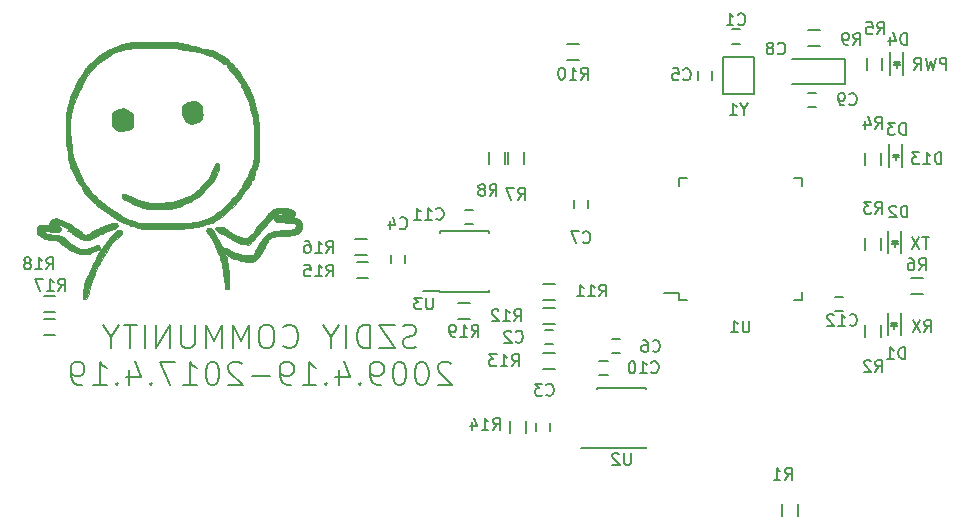
<source format=gbr>
G04 #@! TF.FileFunction,Legend,Bot*
%FSLAX46Y46*%
G04 Gerber Fmt 4.6, Leading zero omitted, Abs format (unit mm)*
G04 Created by KiCad (PCBNEW 4.0.5+dfsg1-4) date Wed May 10 09:27:14 2017*
%MOMM*%
%LPD*%
G01*
G04 APERTURE LIST*
%ADD10C,0.100000*%
%ADD11C,0.150000*%
%ADD12C,0.010000*%
G04 APERTURE END LIST*
D10*
D11*
X144214286Y-65952381D02*
X144214286Y-64952381D01*
X143976191Y-64952381D01*
X143833333Y-65000000D01*
X143738095Y-65095238D01*
X143690476Y-65190476D01*
X143642857Y-65380952D01*
X143642857Y-65523810D01*
X143690476Y-65714286D01*
X143738095Y-65809524D01*
X143833333Y-65904762D01*
X143976191Y-65952381D01*
X144214286Y-65952381D01*
X142690476Y-65952381D02*
X143261905Y-65952381D01*
X142976191Y-65952381D02*
X142976191Y-64952381D01*
X143071429Y-65095238D01*
X143166667Y-65190476D01*
X143261905Y-65238095D01*
X142357143Y-64952381D02*
X141738095Y-64952381D01*
X142071429Y-65333333D01*
X141928571Y-65333333D01*
X141833333Y-65380952D01*
X141785714Y-65428571D01*
X141738095Y-65523810D01*
X141738095Y-65761905D01*
X141785714Y-65857143D01*
X141833333Y-65904762D01*
X141928571Y-65952381D01*
X142214286Y-65952381D01*
X142309524Y-65904762D01*
X142357143Y-65857143D01*
X143161905Y-72152381D02*
X142590476Y-72152381D01*
X142876191Y-73152381D02*
X142876191Y-72152381D01*
X142352381Y-72152381D02*
X141685714Y-73152381D01*
X141685714Y-72152381D02*
X142352381Y-73152381D01*
X142766666Y-80152381D02*
X143100000Y-79676190D01*
X143338095Y-80152381D02*
X143338095Y-79152381D01*
X142957142Y-79152381D01*
X142861904Y-79200000D01*
X142814285Y-79247619D01*
X142766666Y-79342857D01*
X142766666Y-79485714D01*
X142814285Y-79580952D01*
X142861904Y-79628571D01*
X142957142Y-79676190D01*
X143338095Y-79676190D01*
X142433333Y-79152381D02*
X141766666Y-80152381D01*
X141766666Y-79152381D02*
X142433333Y-80152381D01*
X144633333Y-57952381D02*
X144633333Y-56952381D01*
X144252380Y-56952381D01*
X144157142Y-57000000D01*
X144109523Y-57047619D01*
X144061904Y-57142857D01*
X144061904Y-57285714D01*
X144109523Y-57380952D01*
X144157142Y-57428571D01*
X144252380Y-57476190D01*
X144633333Y-57476190D01*
X143728571Y-56952381D02*
X143490476Y-57952381D01*
X143299999Y-57238095D01*
X143109523Y-57952381D01*
X142871428Y-56952381D01*
X141919047Y-57952381D02*
X142252381Y-57476190D01*
X142490476Y-57952381D02*
X142490476Y-56952381D01*
X142109523Y-56952381D01*
X142014285Y-57000000D01*
X141966666Y-57047619D01*
X141919047Y-57142857D01*
X141919047Y-57285714D01*
X141966666Y-57380952D01*
X142014285Y-57428571D01*
X142109523Y-57476190D01*
X142490476Y-57476190D01*
X99742858Y-81434524D02*
X99457143Y-81529762D01*
X98980953Y-81529762D01*
X98790477Y-81434524D01*
X98695239Y-81339286D01*
X98600000Y-81148810D01*
X98600000Y-80958333D01*
X98695239Y-80767857D01*
X98790477Y-80672619D01*
X98980953Y-80577381D01*
X99361905Y-80482143D01*
X99552381Y-80386905D01*
X99647620Y-80291667D01*
X99742858Y-80101190D01*
X99742858Y-79910714D01*
X99647620Y-79720238D01*
X99552381Y-79625000D01*
X99361905Y-79529762D01*
X98885715Y-79529762D01*
X98600000Y-79625000D01*
X97933334Y-79529762D02*
X96600000Y-79529762D01*
X97933334Y-81529762D01*
X96600000Y-81529762D01*
X95838096Y-81529762D02*
X95838096Y-79529762D01*
X95361905Y-79529762D01*
X95076191Y-79625000D01*
X94885715Y-79815476D01*
X94790476Y-80005952D01*
X94695238Y-80386905D01*
X94695238Y-80672619D01*
X94790476Y-81053571D01*
X94885715Y-81244048D01*
X95076191Y-81434524D01*
X95361905Y-81529762D01*
X95838096Y-81529762D01*
X93838096Y-81529762D02*
X93838096Y-79529762D01*
X92504762Y-80577381D02*
X92504762Y-81529762D01*
X93171429Y-79529762D02*
X92504762Y-80577381D01*
X91838095Y-79529762D01*
X88504761Y-81339286D02*
X88599999Y-81434524D01*
X88885714Y-81529762D01*
X89076190Y-81529762D01*
X89361904Y-81434524D01*
X89552380Y-81244048D01*
X89647619Y-81053571D01*
X89742857Y-80672619D01*
X89742857Y-80386905D01*
X89647619Y-80005952D01*
X89552380Y-79815476D01*
X89361904Y-79625000D01*
X89076190Y-79529762D01*
X88885714Y-79529762D01*
X88599999Y-79625000D01*
X88504761Y-79720238D01*
X87266666Y-79529762D02*
X86885714Y-79529762D01*
X86695238Y-79625000D01*
X86504761Y-79815476D01*
X86409523Y-80196429D01*
X86409523Y-80863095D01*
X86504761Y-81244048D01*
X86695238Y-81434524D01*
X86885714Y-81529762D01*
X87266666Y-81529762D01*
X87457142Y-81434524D01*
X87647619Y-81244048D01*
X87742857Y-80863095D01*
X87742857Y-80196429D01*
X87647619Y-79815476D01*
X87457142Y-79625000D01*
X87266666Y-79529762D01*
X85552381Y-81529762D02*
X85552381Y-79529762D01*
X84885714Y-80958333D01*
X84219047Y-79529762D01*
X84219047Y-81529762D01*
X83266667Y-81529762D02*
X83266667Y-79529762D01*
X82600000Y-80958333D01*
X81933333Y-79529762D01*
X81933333Y-81529762D01*
X80980953Y-79529762D02*
X80980953Y-81148810D01*
X80885714Y-81339286D01*
X80790476Y-81434524D01*
X80600000Y-81529762D01*
X80219048Y-81529762D01*
X80028572Y-81434524D01*
X79933333Y-81339286D01*
X79838095Y-81148810D01*
X79838095Y-79529762D01*
X78885715Y-81529762D02*
X78885715Y-79529762D01*
X77742857Y-81529762D01*
X77742857Y-79529762D01*
X76790477Y-81529762D02*
X76790477Y-79529762D01*
X76123810Y-79529762D02*
X74980953Y-79529762D01*
X75552381Y-81529762D02*
X75552381Y-79529762D01*
X73933333Y-80577381D02*
X73933333Y-81529762D01*
X74600000Y-79529762D02*
X73933333Y-80577381D01*
X73266666Y-79529762D01*
X102695239Y-82870238D02*
X102600001Y-82775000D01*
X102409524Y-82679762D01*
X101933334Y-82679762D01*
X101742858Y-82775000D01*
X101647620Y-82870238D01*
X101552381Y-83060714D01*
X101552381Y-83251190D01*
X101647620Y-83536905D01*
X102790477Y-84679762D01*
X101552381Y-84679762D01*
X100314286Y-82679762D02*
X100123810Y-82679762D01*
X99933334Y-82775000D01*
X99838096Y-82870238D01*
X99742858Y-83060714D01*
X99647619Y-83441667D01*
X99647619Y-83917857D01*
X99742858Y-84298810D01*
X99838096Y-84489286D01*
X99933334Y-84584524D01*
X100123810Y-84679762D01*
X100314286Y-84679762D01*
X100504762Y-84584524D01*
X100600000Y-84489286D01*
X100695239Y-84298810D01*
X100790477Y-83917857D01*
X100790477Y-83441667D01*
X100695239Y-83060714D01*
X100600000Y-82870238D01*
X100504762Y-82775000D01*
X100314286Y-82679762D01*
X98409524Y-82679762D02*
X98219048Y-82679762D01*
X98028572Y-82775000D01*
X97933334Y-82870238D01*
X97838096Y-83060714D01*
X97742857Y-83441667D01*
X97742857Y-83917857D01*
X97838096Y-84298810D01*
X97933334Y-84489286D01*
X98028572Y-84584524D01*
X98219048Y-84679762D01*
X98409524Y-84679762D01*
X98600000Y-84584524D01*
X98695238Y-84489286D01*
X98790477Y-84298810D01*
X98885715Y-83917857D01*
X98885715Y-83441667D01*
X98790477Y-83060714D01*
X98695238Y-82870238D01*
X98600000Y-82775000D01*
X98409524Y-82679762D01*
X96790476Y-84679762D02*
X96409524Y-84679762D01*
X96219048Y-84584524D01*
X96123810Y-84489286D01*
X95933334Y-84203571D01*
X95838095Y-83822619D01*
X95838095Y-83060714D01*
X95933334Y-82870238D01*
X96028572Y-82775000D01*
X96219048Y-82679762D01*
X96600000Y-82679762D01*
X96790476Y-82775000D01*
X96885715Y-82870238D01*
X96980953Y-83060714D01*
X96980953Y-83536905D01*
X96885715Y-83727381D01*
X96790476Y-83822619D01*
X96600000Y-83917857D01*
X96219048Y-83917857D01*
X96028572Y-83822619D01*
X95933334Y-83727381D01*
X95838095Y-83536905D01*
X94980953Y-84489286D02*
X94885714Y-84584524D01*
X94980953Y-84679762D01*
X95076191Y-84584524D01*
X94980953Y-84489286D01*
X94980953Y-84679762D01*
X93171429Y-83346429D02*
X93171429Y-84679762D01*
X93647619Y-82584524D02*
X94123810Y-84013095D01*
X92885714Y-84013095D01*
X92123810Y-84489286D02*
X92028571Y-84584524D01*
X92123810Y-84679762D01*
X92219048Y-84584524D01*
X92123810Y-84489286D01*
X92123810Y-84679762D01*
X90123809Y-84679762D02*
X91266667Y-84679762D01*
X90695238Y-84679762D02*
X90695238Y-82679762D01*
X90885714Y-82965476D01*
X91076190Y-83155952D01*
X91266667Y-83251190D01*
X89171428Y-84679762D02*
X88790476Y-84679762D01*
X88600000Y-84584524D01*
X88504762Y-84489286D01*
X88314286Y-84203571D01*
X88219047Y-83822619D01*
X88219047Y-83060714D01*
X88314286Y-82870238D01*
X88409524Y-82775000D01*
X88600000Y-82679762D01*
X88980952Y-82679762D01*
X89171428Y-82775000D01*
X89266667Y-82870238D01*
X89361905Y-83060714D01*
X89361905Y-83536905D01*
X89266667Y-83727381D01*
X89171428Y-83822619D01*
X88980952Y-83917857D01*
X88600000Y-83917857D01*
X88409524Y-83822619D01*
X88314286Y-83727381D01*
X88219047Y-83536905D01*
X87361905Y-83917857D02*
X85838095Y-83917857D01*
X84980953Y-82870238D02*
X84885715Y-82775000D01*
X84695238Y-82679762D01*
X84219048Y-82679762D01*
X84028572Y-82775000D01*
X83933334Y-82870238D01*
X83838095Y-83060714D01*
X83838095Y-83251190D01*
X83933334Y-83536905D01*
X85076191Y-84679762D01*
X83838095Y-84679762D01*
X82600000Y-82679762D02*
X82409524Y-82679762D01*
X82219048Y-82775000D01*
X82123810Y-82870238D01*
X82028572Y-83060714D01*
X81933333Y-83441667D01*
X81933333Y-83917857D01*
X82028572Y-84298810D01*
X82123810Y-84489286D01*
X82219048Y-84584524D01*
X82409524Y-84679762D01*
X82600000Y-84679762D01*
X82790476Y-84584524D01*
X82885714Y-84489286D01*
X82980953Y-84298810D01*
X83076191Y-83917857D01*
X83076191Y-83441667D01*
X82980953Y-83060714D01*
X82885714Y-82870238D01*
X82790476Y-82775000D01*
X82600000Y-82679762D01*
X80028571Y-84679762D02*
X81171429Y-84679762D01*
X80600000Y-84679762D02*
X80600000Y-82679762D01*
X80790476Y-82965476D01*
X80980952Y-83155952D01*
X81171429Y-83251190D01*
X79361905Y-82679762D02*
X78028571Y-82679762D01*
X78885714Y-84679762D01*
X77266667Y-84489286D02*
X77171428Y-84584524D01*
X77266667Y-84679762D01*
X77361905Y-84584524D01*
X77266667Y-84489286D01*
X77266667Y-84679762D01*
X75457143Y-83346429D02*
X75457143Y-84679762D01*
X75933333Y-82584524D02*
X76409524Y-84013095D01*
X75171428Y-84013095D01*
X74409524Y-84489286D02*
X74314285Y-84584524D01*
X74409524Y-84679762D01*
X74504762Y-84584524D01*
X74409524Y-84489286D01*
X74409524Y-84679762D01*
X72409523Y-84679762D02*
X73552381Y-84679762D01*
X72980952Y-84679762D02*
X72980952Y-82679762D01*
X73171428Y-82965476D01*
X73361904Y-83155952D01*
X73552381Y-83251190D01*
X71457142Y-84679762D02*
X71076190Y-84679762D01*
X70885714Y-84584524D01*
X70790476Y-84489286D01*
X70600000Y-84203571D01*
X70504761Y-83822619D01*
X70504761Y-83060714D01*
X70600000Y-82870238D01*
X70695238Y-82775000D01*
X70885714Y-82679762D01*
X71266666Y-82679762D01*
X71457142Y-82775000D01*
X71552381Y-82870238D01*
X71647619Y-83060714D01*
X71647619Y-83536905D01*
X71552381Y-83727381D01*
X71457142Y-83822619D01*
X71266666Y-83917857D01*
X70885714Y-83917857D01*
X70695238Y-83822619D01*
X70600000Y-83727381D01*
X70504761Y-83536905D01*
X115950000Y-82600000D02*
X115250000Y-82600000D01*
X115250000Y-83800000D02*
X115950000Y-83800000D01*
X69200000Y-77150000D02*
X68200000Y-77150000D01*
X68200000Y-78500000D02*
X69200000Y-78500000D01*
X69200000Y-79100000D02*
X68200000Y-79100000D01*
X68200000Y-80450000D02*
X69200000Y-80450000D01*
X127169496Y-54541946D02*
X126469496Y-54541946D01*
X126469496Y-55741946D02*
X127169496Y-55741946D01*
X111350000Y-80000000D02*
X110650000Y-80000000D01*
X110650000Y-81200000D02*
X111350000Y-81200000D01*
X111100000Y-88550000D02*
X111100000Y-87850000D01*
X109900000Y-87850000D02*
X109900000Y-88550000D01*
X98800000Y-74350000D02*
X98800000Y-73650000D01*
X97600000Y-73650000D02*
X97600000Y-74350000D01*
X124819496Y-58791946D02*
X124819496Y-58091946D01*
X123619496Y-58091946D02*
X123619496Y-58791946D01*
X113100000Y-68950000D02*
X113100000Y-69650000D01*
X114300000Y-69650000D02*
X114300000Y-68950000D01*
X132900000Y-61100000D02*
X133600000Y-61100000D01*
X133600000Y-59900000D02*
X132900000Y-59900000D01*
X140750000Y-78525000D02*
X140750000Y-80425000D01*
X139650000Y-78525000D02*
X139650000Y-80425000D01*
X140200000Y-79425000D02*
X140200000Y-79875000D01*
X139950000Y-79375000D02*
X140450000Y-79375000D01*
X140200000Y-79375000D02*
X139950000Y-79625000D01*
X139950000Y-79625000D02*
X140450000Y-79625000D01*
X140450000Y-79625000D02*
X140200000Y-79375000D01*
X140797767Y-71586035D02*
X140797767Y-73486035D01*
X139697767Y-71586035D02*
X139697767Y-73486035D01*
X140247767Y-72486035D02*
X140247767Y-72936035D01*
X139997767Y-72436035D02*
X140497767Y-72436035D01*
X140247767Y-72436035D02*
X139997767Y-72686035D01*
X139997767Y-72686035D02*
X140497767Y-72686035D01*
X140497767Y-72686035D02*
X140247767Y-72436035D01*
X140897767Y-64286035D02*
X140897767Y-66186035D01*
X139797767Y-64286035D02*
X139797767Y-66186035D01*
X140347767Y-65186035D02*
X140347767Y-65636035D01*
X140097767Y-65136035D02*
X140597767Y-65136035D01*
X140347767Y-65136035D02*
X140097767Y-65386035D01*
X140097767Y-65386035D02*
X140597767Y-65386035D01*
X140597767Y-65386035D02*
X140347767Y-65136035D01*
X140997767Y-56486035D02*
X140997767Y-58386035D01*
X139897767Y-56486035D02*
X139897767Y-58386035D01*
X140447767Y-57386035D02*
X140447767Y-57836035D01*
X140197767Y-57336035D02*
X140697767Y-57336035D01*
X140447767Y-57336035D02*
X140197767Y-57586035D01*
X140197767Y-57586035D02*
X140697767Y-57586035D01*
X140697767Y-57586035D02*
X140447767Y-57336035D01*
X130725000Y-94700000D02*
X130725000Y-95700000D01*
X132075000Y-95700000D02*
X132075000Y-94700000D01*
X139122767Y-80586035D02*
X139122767Y-79586035D01*
X137772767Y-79586035D02*
X137772767Y-80586035D01*
X137772767Y-72186035D02*
X137772767Y-73186035D01*
X139122767Y-73186035D02*
X139122767Y-72186035D01*
X137772767Y-64986035D02*
X137772767Y-65986035D01*
X139122767Y-65986035D02*
X139122767Y-64986035D01*
X137872767Y-56986035D02*
X137872767Y-57986035D01*
X139222767Y-57986035D02*
X139222767Y-56986035D01*
X141630000Y-76955000D02*
X142630000Y-76955000D01*
X142630000Y-75605000D02*
X141630000Y-75605000D01*
X107525000Y-64900000D02*
X107525000Y-65900000D01*
X108875000Y-65900000D02*
X108875000Y-64900000D01*
X105925000Y-64900000D02*
X105925000Y-65900000D01*
X107275000Y-65900000D02*
X107275000Y-64900000D01*
X133900000Y-54625000D02*
X132900000Y-54625000D01*
X132900000Y-55975000D02*
X133900000Y-55975000D01*
X113540000Y-55765000D02*
X112540000Y-55765000D01*
X112540000Y-57115000D02*
X113540000Y-57115000D01*
X110500000Y-77475000D02*
X111500000Y-77475000D01*
X111500000Y-76125000D02*
X110500000Y-76125000D01*
X110500000Y-79475000D02*
X111500000Y-79475000D01*
X111500000Y-78125000D02*
X110500000Y-78125000D01*
X110500000Y-83275000D02*
X111500000Y-83275000D01*
X111500000Y-81925000D02*
X110500000Y-81925000D01*
X107725000Y-87700000D02*
X107725000Y-88700000D01*
X109075000Y-88700000D02*
X109075000Y-87700000D01*
X94700000Y-75575000D02*
X95700000Y-75575000D01*
X95700000Y-74225000D02*
X94700000Y-74225000D01*
X94600000Y-73675000D02*
X95600000Y-73675000D01*
X95600000Y-72325000D02*
X94600000Y-72325000D01*
X103300000Y-79075000D02*
X104300000Y-79075000D01*
X104300000Y-77725000D02*
X103300000Y-77725000D01*
X122025000Y-77475000D02*
X122025000Y-76900000D01*
X132375000Y-77475000D02*
X132375000Y-76800000D01*
X132375000Y-67125000D02*
X132375000Y-67800000D01*
X122025000Y-67125000D02*
X122025000Y-67800000D01*
X122025000Y-77475000D02*
X122700000Y-77475000D01*
X122025000Y-67125000D02*
X122700000Y-67125000D01*
X132375000Y-67125000D02*
X131700000Y-67125000D01*
X132375000Y-77475000D02*
X131700000Y-77475000D01*
X122025000Y-76900000D02*
X120750000Y-76900000D01*
X115075000Y-90025000D02*
X115075000Y-89975000D01*
X119225000Y-90025000D02*
X119225000Y-89880000D01*
X119225000Y-84875000D02*
X119225000Y-85020000D01*
X115075000Y-84875000D02*
X115075000Y-85020000D01*
X115075000Y-90025000D02*
X119225000Y-90025000D01*
X115075000Y-84875000D02*
X119225000Y-84875000D01*
X115075000Y-89975000D02*
X113675000Y-89975000D01*
X125719496Y-56841946D02*
X125719496Y-60041946D01*
X125719496Y-60041946D02*
X128319496Y-60041946D01*
X128319496Y-60041946D02*
X128319496Y-56841946D01*
X128319496Y-56841946D02*
X125719496Y-56841946D01*
X136050000Y-57050000D02*
X131600000Y-57050000D01*
X136050000Y-59150000D02*
X131600000Y-59150000D01*
X136050000Y-57050000D02*
X136050000Y-59150000D01*
X116320000Y-81980000D02*
X117020000Y-81980000D01*
X117020000Y-80780000D02*
X116320000Y-80780000D01*
X103850000Y-71000000D02*
X104550000Y-71000000D01*
X104550000Y-69800000D02*
X103850000Y-69800000D01*
X135880000Y-77210000D02*
X135180000Y-77210000D01*
X135180000Y-78410000D02*
X135880000Y-78410000D01*
D12*
G36*
X74415936Y-71560061D02*
X74311773Y-71641900D01*
X74158177Y-71780203D01*
X74000524Y-71919976D01*
X73963640Y-71952249D01*
X73829287Y-72086995D01*
X73712296Y-72232542D01*
X73696019Y-72257049D01*
X73613504Y-72387641D01*
X73547114Y-72492860D01*
X73542468Y-72500236D01*
X73444630Y-72648791D01*
X73327997Y-72815962D01*
X73207197Y-72982117D01*
X73096856Y-73127624D01*
X73011599Y-73232851D01*
X72966055Y-73278168D01*
X72962857Y-73278189D01*
X72931627Y-73307701D01*
X72871720Y-73404103D01*
X72796337Y-73541713D01*
X72718676Y-73694852D01*
X72651938Y-73837840D01*
X72609322Y-73944997D01*
X72600800Y-73982569D01*
X72577580Y-74059640D01*
X72518335Y-74188494D01*
X72474345Y-74271585D01*
X72381155Y-74446062D01*
X72281702Y-74642757D01*
X72187065Y-74838345D01*
X72108323Y-75009499D01*
X72056554Y-75132895D01*
X72042000Y-75181893D01*
X72014148Y-75247767D01*
X71950567Y-75343449D01*
X71884287Y-75465329D01*
X71804847Y-75664797D01*
X71719747Y-75919966D01*
X71636489Y-76208948D01*
X71586949Y-76404400D01*
X71557432Y-76574323D01*
X71533388Y-76796598D01*
X71520429Y-77014000D01*
X71515905Y-77207929D01*
X71521773Y-77322593D01*
X71544749Y-77380260D01*
X71591551Y-77403198D01*
X71639949Y-77410268D01*
X71758535Y-77398566D01*
X71824100Y-77359468D01*
X71958886Y-77123167D01*
X72046168Y-76821590D01*
X72062766Y-76712154D01*
X72097633Y-76455800D01*
X72135450Y-76267124D01*
X72183965Y-76112320D01*
X72220649Y-76023400D01*
X72282809Y-75860136D01*
X72324891Y-75718600D01*
X72382674Y-75563027D01*
X72458891Y-75427028D01*
X72522630Y-75300024D01*
X72584556Y-75119098D01*
X72618525Y-74982146D01*
X72680805Y-74759717D01*
X72761048Y-74625431D01*
X72793243Y-74597737D01*
X72877419Y-74514388D01*
X72905600Y-74447182D01*
X72931533Y-74370267D01*
X73001482Y-74228852D01*
X73103673Y-74043351D01*
X73226334Y-73834177D01*
X73357690Y-73621743D01*
X73485969Y-73426461D01*
X73534723Y-73356400D01*
X73656093Y-73172589D01*
X73773647Y-72974225D01*
X73813850Y-72899200D01*
X73912413Y-72749726D01*
X74067836Y-72562064D01*
X74256879Y-72360520D01*
X74456296Y-72169401D01*
X74642845Y-72013014D01*
X74702626Y-71969728D01*
X74814173Y-71844393D01*
X74836000Y-71738588D01*
X74802814Y-71578545D01*
X74712496Y-71493738D01*
X74578915Y-71486724D01*
X74415936Y-71560061D01*
X74415936Y-71560061D01*
G37*
X74415936Y-71560061D02*
X74311773Y-71641900D01*
X74158177Y-71780203D01*
X74000524Y-71919976D01*
X73963640Y-71952249D01*
X73829287Y-72086995D01*
X73712296Y-72232542D01*
X73696019Y-72257049D01*
X73613504Y-72387641D01*
X73547114Y-72492860D01*
X73542468Y-72500236D01*
X73444630Y-72648791D01*
X73327997Y-72815962D01*
X73207197Y-72982117D01*
X73096856Y-73127624D01*
X73011599Y-73232851D01*
X72966055Y-73278168D01*
X72962857Y-73278189D01*
X72931627Y-73307701D01*
X72871720Y-73404103D01*
X72796337Y-73541713D01*
X72718676Y-73694852D01*
X72651938Y-73837840D01*
X72609322Y-73944997D01*
X72600800Y-73982569D01*
X72577580Y-74059640D01*
X72518335Y-74188494D01*
X72474345Y-74271585D01*
X72381155Y-74446062D01*
X72281702Y-74642757D01*
X72187065Y-74838345D01*
X72108323Y-75009499D01*
X72056554Y-75132895D01*
X72042000Y-75181893D01*
X72014148Y-75247767D01*
X71950567Y-75343449D01*
X71884287Y-75465329D01*
X71804847Y-75664797D01*
X71719747Y-75919966D01*
X71636489Y-76208948D01*
X71586949Y-76404400D01*
X71557432Y-76574323D01*
X71533388Y-76796598D01*
X71520429Y-77014000D01*
X71515905Y-77207929D01*
X71521773Y-77322593D01*
X71544749Y-77380260D01*
X71591551Y-77403198D01*
X71639949Y-77410268D01*
X71758535Y-77398566D01*
X71824100Y-77359468D01*
X71958886Y-77123167D01*
X72046168Y-76821590D01*
X72062766Y-76712154D01*
X72097633Y-76455800D01*
X72135450Y-76267124D01*
X72183965Y-76112320D01*
X72220649Y-76023400D01*
X72282809Y-75860136D01*
X72324891Y-75718600D01*
X72382674Y-75563027D01*
X72458891Y-75427028D01*
X72522630Y-75300024D01*
X72584556Y-75119098D01*
X72618525Y-74982146D01*
X72680805Y-74759717D01*
X72761048Y-74625431D01*
X72793243Y-74597737D01*
X72877419Y-74514388D01*
X72905600Y-74447182D01*
X72931533Y-74370267D01*
X73001482Y-74228852D01*
X73103673Y-74043351D01*
X73226334Y-73834177D01*
X73357690Y-73621743D01*
X73485969Y-73426461D01*
X73534723Y-73356400D01*
X73656093Y-73172589D01*
X73773647Y-72974225D01*
X73813850Y-72899200D01*
X73912413Y-72749726D01*
X74067836Y-72562064D01*
X74256879Y-72360520D01*
X74456296Y-72169401D01*
X74642845Y-72013014D01*
X74702626Y-71969728D01*
X74814173Y-71844393D01*
X74836000Y-71738588D01*
X74802814Y-71578545D01*
X74712496Y-71493738D01*
X74578915Y-71486724D01*
X74415936Y-71560061D01*
G36*
X87965420Y-69697599D02*
X87712307Y-69767624D01*
X87531038Y-69866771D01*
X87498801Y-69896268D01*
X87378461Y-69996840D01*
X87294700Y-70049298D01*
X87207148Y-70126437D01*
X87180400Y-70196759D01*
X87148891Y-70270849D01*
X87067871Y-70393393D01*
X86957598Y-70538993D01*
X86838334Y-70682248D01*
X86730340Y-70797758D01*
X86653873Y-70860125D01*
X86649722Y-70862059D01*
X86550459Y-70932018D01*
X86419994Y-71059534D01*
X86282188Y-71216780D01*
X86160899Y-71375925D01*
X86079985Y-71509141D01*
X86066206Y-71542681D01*
X85983085Y-71701614D01*
X85864053Y-71836341D01*
X85854066Y-71844272D01*
X85711723Y-71955549D01*
X85556925Y-72079938D01*
X85533526Y-72099100D01*
X85399290Y-72187003D01*
X85272841Y-72234983D01*
X85243294Y-72238035D01*
X85089617Y-72211786D01*
X84877296Y-72142651D01*
X84633051Y-72042841D01*
X84383599Y-71924569D01*
X84155659Y-71800049D01*
X83975950Y-71681493D01*
X83915574Y-71631144D01*
X83804053Y-71537151D01*
X83717557Y-71482573D01*
X83697479Y-71477035D01*
X83624329Y-71445050D01*
X83533830Y-71374572D01*
X83409336Y-71301873D01*
X83237399Y-71252847D01*
X83051915Y-71231025D01*
X82886775Y-71239937D01*
X82775876Y-71283114D01*
X82764582Y-71294443D01*
X82720790Y-71411760D01*
X82775622Y-71535553D01*
X82926507Y-71663233D01*
X83170875Y-71792210D01*
X83319600Y-71853428D01*
X83403467Y-71894507D01*
X83539468Y-71969644D01*
X83649800Y-72033946D01*
X83824346Y-72134271D01*
X83992617Y-72225192D01*
X84070072Y-72263988D01*
X84210408Y-72343220D01*
X84322014Y-72426973D01*
X84325639Y-72430471D01*
X84541800Y-72578637D01*
X84836054Y-72681640D01*
X85193028Y-72734149D01*
X85203161Y-72734802D01*
X85588121Y-72758842D01*
X85850861Y-72491925D01*
X85979005Y-72353321D01*
X86072542Y-72236092D01*
X86113151Y-72163444D01*
X86113600Y-72159127D01*
X86155739Y-72091919D01*
X86212678Y-72061800D01*
X86303170Y-71999596D01*
X86399874Y-71886284D01*
X86416987Y-71860086D01*
X86521431Y-71719820D01*
X86659783Y-71568215D01*
X86714235Y-71516342D01*
X86846058Y-71384383D01*
X87002373Y-71209547D01*
X87139915Y-71041533D01*
X87338594Y-70792439D01*
X87486030Y-70624260D01*
X87586261Y-70532665D01*
X87634072Y-70511600D01*
X87677430Y-70554594D01*
X87708893Y-70637133D01*
X87769118Y-70754206D01*
X87834924Y-70813255D01*
X87918992Y-70833933D01*
X88082695Y-70854968D01*
X88304098Y-70874162D01*
X88561269Y-70889323D01*
X88621051Y-70891922D01*
X88885629Y-70905487D01*
X89121699Y-70922798D01*
X89306482Y-70941818D01*
X89417201Y-70960510D01*
X89428780Y-70964153D01*
X89526940Y-71047137D01*
X89551417Y-71176876D01*
X89499635Y-71327557D01*
X89469492Y-71372136D01*
X89428342Y-71419704D01*
X89377323Y-71454560D01*
X89299592Y-71479924D01*
X89178303Y-71499017D01*
X88996610Y-71515058D01*
X88737669Y-71531268D01*
X88595313Y-71539263D01*
X88300559Y-71559423D01*
X88020209Y-71585496D01*
X87779993Y-71614610D01*
X87605638Y-71643894D01*
X87561400Y-71654640D01*
X87240947Y-71796901D01*
X86940396Y-72032159D01*
X86668021Y-72352478D01*
X86443887Y-72726390D01*
X86346036Y-72912874D01*
X86259176Y-73066126D01*
X86197303Y-73161904D01*
X86182792Y-73178600D01*
X86130475Y-73257745D01*
X86074867Y-73388770D01*
X86064459Y-73419922D01*
X86017054Y-73533279D01*
X85947896Y-73606307D01*
X85837582Y-73645632D01*
X85666708Y-73657878D01*
X85415871Y-73649668D01*
X85394924Y-73648505D01*
X85114284Y-73616143D01*
X84814934Y-73546416D01*
X84476556Y-73433272D01*
X84078834Y-73270661D01*
X83980000Y-73227043D01*
X83782321Y-73142258D01*
X83603787Y-73071663D01*
X83477524Y-73028231D01*
X83461176Y-73023877D01*
X83345260Y-72953933D01*
X83223230Y-72813973D01*
X83115069Y-72632171D01*
X83040759Y-72436701D01*
X83038498Y-72427903D01*
X82978428Y-72291727D01*
X82892840Y-72172838D01*
X82804391Y-72048577D01*
X82718329Y-71883599D01*
X82695224Y-71827914D01*
X82584914Y-71607994D01*
X82451087Y-71444548D01*
X82308041Y-71345864D01*
X82170072Y-71320232D01*
X82051479Y-71375943D01*
X82008322Y-71429631D01*
X81975819Y-71505295D01*
X81986429Y-71588331D01*
X82046785Y-71711867D01*
X82074464Y-71759867D01*
X82170829Y-71910308D01*
X82264684Y-72034982D01*
X82300448Y-72073735D01*
X82381937Y-72172515D01*
X82476956Y-72317719D01*
X82567103Y-72476917D01*
X82633977Y-72617681D01*
X82659200Y-72705952D01*
X82679745Y-72776359D01*
X82733876Y-72912668D01*
X82810345Y-73089611D01*
X82897900Y-73281921D01*
X82985291Y-73464330D01*
X83061266Y-73611568D01*
X83067259Y-73622410D01*
X83109442Y-73736481D01*
X83116400Y-73789113D01*
X83131938Y-73876206D01*
X83172402Y-74024725D01*
X83221347Y-74179133D01*
X83269395Y-74357904D01*
X83321859Y-74612476D01*
X83375005Y-74917376D01*
X83425101Y-75247134D01*
X83468411Y-75576276D01*
X83501204Y-75879332D01*
X83519745Y-76130829D01*
X83522516Y-76233864D01*
X83533121Y-76407413D01*
X83568023Y-76500527D01*
X83603155Y-76525964D01*
X83737389Y-76554506D01*
X83855780Y-76544394D01*
X83895334Y-76522933D01*
X83921121Y-76441907D01*
X83932289Y-76277148D01*
X83930467Y-76045218D01*
X83917286Y-75762675D01*
X83894374Y-75446080D01*
X83863362Y-75111992D01*
X83825879Y-74776973D01*
X83783556Y-74457580D01*
X83738021Y-74170376D01*
X83690905Y-73931919D01*
X83643836Y-73758770D01*
X83616966Y-73694353D01*
X83587804Y-73607115D01*
X83594561Y-73572506D01*
X83644998Y-73584883D01*
X83748174Y-73638010D01*
X83874080Y-73713682D01*
X83992707Y-73793698D01*
X84074047Y-73859853D01*
X84081600Y-73867941D01*
X84144071Y-73897578D01*
X84283247Y-73943848D01*
X84476864Y-74000418D01*
X84702656Y-74060959D01*
X84938358Y-74119139D01*
X85072200Y-74149607D01*
X85340120Y-74195541D01*
X85596280Y-74216694D01*
X85818318Y-74213272D01*
X85983877Y-74185482D01*
X86065580Y-74140450D01*
X86159305Y-74058459D01*
X86269048Y-73989823D01*
X86380225Y-73895879D01*
X86439262Y-73788195D01*
X86485273Y-73682924D01*
X86575111Y-73530084D01*
X86689742Y-73361926D01*
X86695211Y-73354471D01*
X86811200Y-73182532D01*
X86903029Y-73020040D01*
X86951292Y-72901432D01*
X86951834Y-72899049D01*
X86985915Y-72792552D01*
X87021752Y-72746831D01*
X87022518Y-72746800D01*
X87061587Y-72704203D01*
X87123058Y-72594405D01*
X87172007Y-72489737D01*
X87235906Y-72360927D01*
X87310170Y-72261801D01*
X87408882Y-72187638D01*
X87546128Y-72133716D01*
X87735991Y-72095314D01*
X87992557Y-72067710D01*
X88329910Y-72046184D01*
X88523581Y-72036674D01*
X88903203Y-72015435D01*
X89197893Y-71988469D01*
X89424308Y-71951282D01*
X89599109Y-71899378D01*
X89738956Y-71828264D01*
X89860506Y-71733445D01*
X89939833Y-71654600D01*
X90016014Y-71565305D01*
X90057025Y-71480175D01*
X90071186Y-71365854D01*
X90066815Y-71188986D01*
X90064964Y-71152870D01*
X90050484Y-70960861D01*
X90024808Y-70839372D01*
X89977006Y-70757322D01*
X89901441Y-70687833D01*
X89764261Y-70599810D01*
X89630196Y-70544665D01*
X89624065Y-70543241D01*
X89462362Y-70493881D01*
X89391494Y-70429832D01*
X89400730Y-70339097D01*
X89415006Y-70309511D01*
X89450441Y-70168098D01*
X89447733Y-70113261D01*
X88585289Y-70113261D01*
X88574485Y-70134211D01*
X88475800Y-70162481D01*
X88233596Y-70224354D01*
X88074415Y-70262174D01*
X87982761Y-70276725D01*
X87943139Y-70268790D01*
X87940053Y-70239153D01*
X87957988Y-70188653D01*
X88025943Y-70132056D01*
X88157983Y-70089336D01*
X88316825Y-70067485D01*
X88465185Y-70073499D01*
X88511758Y-70084776D01*
X88585289Y-70113261D01*
X89447733Y-70113261D01*
X89443292Y-70023347D01*
X89388752Y-69893675D01*
X89273239Y-69796636D01*
X89085878Y-69727580D01*
X88815794Y-69681855D01*
X88601113Y-69663121D01*
X88268861Y-69661248D01*
X87965420Y-69697599D01*
X87965420Y-69697599D01*
G37*
X87965420Y-69697599D02*
X87712307Y-69767624D01*
X87531038Y-69866771D01*
X87498801Y-69896268D01*
X87378461Y-69996840D01*
X87294700Y-70049298D01*
X87207148Y-70126437D01*
X87180400Y-70196759D01*
X87148891Y-70270849D01*
X87067871Y-70393393D01*
X86957598Y-70538993D01*
X86838334Y-70682248D01*
X86730340Y-70797758D01*
X86653873Y-70860125D01*
X86649722Y-70862059D01*
X86550459Y-70932018D01*
X86419994Y-71059534D01*
X86282188Y-71216780D01*
X86160899Y-71375925D01*
X86079985Y-71509141D01*
X86066206Y-71542681D01*
X85983085Y-71701614D01*
X85864053Y-71836341D01*
X85854066Y-71844272D01*
X85711723Y-71955549D01*
X85556925Y-72079938D01*
X85533526Y-72099100D01*
X85399290Y-72187003D01*
X85272841Y-72234983D01*
X85243294Y-72238035D01*
X85089617Y-72211786D01*
X84877296Y-72142651D01*
X84633051Y-72042841D01*
X84383599Y-71924569D01*
X84155659Y-71800049D01*
X83975950Y-71681493D01*
X83915574Y-71631144D01*
X83804053Y-71537151D01*
X83717557Y-71482573D01*
X83697479Y-71477035D01*
X83624329Y-71445050D01*
X83533830Y-71374572D01*
X83409336Y-71301873D01*
X83237399Y-71252847D01*
X83051915Y-71231025D01*
X82886775Y-71239937D01*
X82775876Y-71283114D01*
X82764582Y-71294443D01*
X82720790Y-71411760D01*
X82775622Y-71535553D01*
X82926507Y-71663233D01*
X83170875Y-71792210D01*
X83319600Y-71853428D01*
X83403467Y-71894507D01*
X83539468Y-71969644D01*
X83649800Y-72033946D01*
X83824346Y-72134271D01*
X83992617Y-72225192D01*
X84070072Y-72263988D01*
X84210408Y-72343220D01*
X84322014Y-72426973D01*
X84325639Y-72430471D01*
X84541800Y-72578637D01*
X84836054Y-72681640D01*
X85193028Y-72734149D01*
X85203161Y-72734802D01*
X85588121Y-72758842D01*
X85850861Y-72491925D01*
X85979005Y-72353321D01*
X86072542Y-72236092D01*
X86113151Y-72163444D01*
X86113600Y-72159127D01*
X86155739Y-72091919D01*
X86212678Y-72061800D01*
X86303170Y-71999596D01*
X86399874Y-71886284D01*
X86416987Y-71860086D01*
X86521431Y-71719820D01*
X86659783Y-71568215D01*
X86714235Y-71516342D01*
X86846058Y-71384383D01*
X87002373Y-71209547D01*
X87139915Y-71041533D01*
X87338594Y-70792439D01*
X87486030Y-70624260D01*
X87586261Y-70532665D01*
X87634072Y-70511600D01*
X87677430Y-70554594D01*
X87708893Y-70637133D01*
X87769118Y-70754206D01*
X87834924Y-70813255D01*
X87918992Y-70833933D01*
X88082695Y-70854968D01*
X88304098Y-70874162D01*
X88561269Y-70889323D01*
X88621051Y-70891922D01*
X88885629Y-70905487D01*
X89121699Y-70922798D01*
X89306482Y-70941818D01*
X89417201Y-70960510D01*
X89428780Y-70964153D01*
X89526940Y-71047137D01*
X89551417Y-71176876D01*
X89499635Y-71327557D01*
X89469492Y-71372136D01*
X89428342Y-71419704D01*
X89377323Y-71454560D01*
X89299592Y-71479924D01*
X89178303Y-71499017D01*
X88996610Y-71515058D01*
X88737669Y-71531268D01*
X88595313Y-71539263D01*
X88300559Y-71559423D01*
X88020209Y-71585496D01*
X87779993Y-71614610D01*
X87605638Y-71643894D01*
X87561400Y-71654640D01*
X87240947Y-71796901D01*
X86940396Y-72032159D01*
X86668021Y-72352478D01*
X86443887Y-72726390D01*
X86346036Y-72912874D01*
X86259176Y-73066126D01*
X86197303Y-73161904D01*
X86182792Y-73178600D01*
X86130475Y-73257745D01*
X86074867Y-73388770D01*
X86064459Y-73419922D01*
X86017054Y-73533279D01*
X85947896Y-73606307D01*
X85837582Y-73645632D01*
X85666708Y-73657878D01*
X85415871Y-73649668D01*
X85394924Y-73648505D01*
X85114284Y-73616143D01*
X84814934Y-73546416D01*
X84476556Y-73433272D01*
X84078834Y-73270661D01*
X83980000Y-73227043D01*
X83782321Y-73142258D01*
X83603787Y-73071663D01*
X83477524Y-73028231D01*
X83461176Y-73023877D01*
X83345260Y-72953933D01*
X83223230Y-72813973D01*
X83115069Y-72632171D01*
X83040759Y-72436701D01*
X83038498Y-72427903D01*
X82978428Y-72291727D01*
X82892840Y-72172838D01*
X82804391Y-72048577D01*
X82718329Y-71883599D01*
X82695224Y-71827914D01*
X82584914Y-71607994D01*
X82451087Y-71444548D01*
X82308041Y-71345864D01*
X82170072Y-71320232D01*
X82051479Y-71375943D01*
X82008322Y-71429631D01*
X81975819Y-71505295D01*
X81986429Y-71588331D01*
X82046785Y-71711867D01*
X82074464Y-71759867D01*
X82170829Y-71910308D01*
X82264684Y-72034982D01*
X82300448Y-72073735D01*
X82381937Y-72172515D01*
X82476956Y-72317719D01*
X82567103Y-72476917D01*
X82633977Y-72617681D01*
X82659200Y-72705952D01*
X82679745Y-72776359D01*
X82733876Y-72912668D01*
X82810345Y-73089611D01*
X82897900Y-73281921D01*
X82985291Y-73464330D01*
X83061266Y-73611568D01*
X83067259Y-73622410D01*
X83109442Y-73736481D01*
X83116400Y-73789113D01*
X83131938Y-73876206D01*
X83172402Y-74024725D01*
X83221347Y-74179133D01*
X83269395Y-74357904D01*
X83321859Y-74612476D01*
X83375005Y-74917376D01*
X83425101Y-75247134D01*
X83468411Y-75576276D01*
X83501204Y-75879332D01*
X83519745Y-76130829D01*
X83522516Y-76233864D01*
X83533121Y-76407413D01*
X83568023Y-76500527D01*
X83603155Y-76525964D01*
X83737389Y-76554506D01*
X83855780Y-76544394D01*
X83895334Y-76522933D01*
X83921121Y-76441907D01*
X83932289Y-76277148D01*
X83930467Y-76045218D01*
X83917286Y-75762675D01*
X83894374Y-75446080D01*
X83863362Y-75111992D01*
X83825879Y-74776973D01*
X83783556Y-74457580D01*
X83738021Y-74170376D01*
X83690905Y-73931919D01*
X83643836Y-73758770D01*
X83616966Y-73694353D01*
X83587804Y-73607115D01*
X83594561Y-73572506D01*
X83644998Y-73584883D01*
X83748174Y-73638010D01*
X83874080Y-73713682D01*
X83992707Y-73793698D01*
X84074047Y-73859853D01*
X84081600Y-73867941D01*
X84144071Y-73897578D01*
X84283247Y-73943848D01*
X84476864Y-74000418D01*
X84702656Y-74060959D01*
X84938358Y-74119139D01*
X85072200Y-74149607D01*
X85340120Y-74195541D01*
X85596280Y-74216694D01*
X85818318Y-74213272D01*
X85983877Y-74185482D01*
X86065580Y-74140450D01*
X86159305Y-74058459D01*
X86269048Y-73989823D01*
X86380225Y-73895879D01*
X86439262Y-73788195D01*
X86485273Y-73682924D01*
X86575111Y-73530084D01*
X86689742Y-73361926D01*
X86695211Y-73354471D01*
X86811200Y-73182532D01*
X86903029Y-73020040D01*
X86951292Y-72901432D01*
X86951834Y-72899049D01*
X86985915Y-72792552D01*
X87021752Y-72746831D01*
X87022518Y-72746800D01*
X87061587Y-72704203D01*
X87123058Y-72594405D01*
X87172007Y-72489737D01*
X87235906Y-72360927D01*
X87310170Y-72261801D01*
X87408882Y-72187638D01*
X87546128Y-72133716D01*
X87735991Y-72095314D01*
X87992557Y-72067710D01*
X88329910Y-72046184D01*
X88523581Y-72036674D01*
X88903203Y-72015435D01*
X89197893Y-71988469D01*
X89424308Y-71951282D01*
X89599109Y-71899378D01*
X89738956Y-71828264D01*
X89860506Y-71733445D01*
X89939833Y-71654600D01*
X90016014Y-71565305D01*
X90057025Y-71480175D01*
X90071186Y-71365854D01*
X90066815Y-71188986D01*
X90064964Y-71152870D01*
X90050484Y-70960861D01*
X90024808Y-70839372D01*
X89977006Y-70757322D01*
X89901441Y-70687833D01*
X89764261Y-70599810D01*
X89630196Y-70544665D01*
X89624065Y-70543241D01*
X89462362Y-70493881D01*
X89391494Y-70429832D01*
X89400730Y-70339097D01*
X89415006Y-70309511D01*
X89450441Y-70168098D01*
X89447733Y-70113261D01*
X88585289Y-70113261D01*
X88574485Y-70134211D01*
X88475800Y-70162481D01*
X88233596Y-70224354D01*
X88074415Y-70262174D01*
X87982761Y-70276725D01*
X87943139Y-70268790D01*
X87940053Y-70239153D01*
X87957988Y-70188653D01*
X88025943Y-70132056D01*
X88157983Y-70089336D01*
X88316825Y-70067485D01*
X88465185Y-70073499D01*
X88511758Y-70084776D01*
X88585289Y-70113261D01*
X89447733Y-70113261D01*
X89443292Y-70023347D01*
X89388752Y-69893675D01*
X89273239Y-69796636D01*
X89085878Y-69727580D01*
X88815794Y-69681855D01*
X88601113Y-69663121D01*
X88268861Y-69661248D01*
X87965420Y-69697599D01*
G36*
X69065613Y-70555614D02*
X68957596Y-70592741D01*
X68858331Y-70680010D01*
X68833984Y-70706762D01*
X68742884Y-70831322D01*
X68692636Y-70943946D01*
X68689200Y-70969601D01*
X68674392Y-71031617D01*
X68613137Y-71062477D01*
X68480192Y-71073065D01*
X68447900Y-71073642D01*
X68132886Y-71089521D01*
X67904181Y-71131744D01*
X67748451Y-71206810D01*
X67652364Y-71321219D01*
X67602585Y-71481471D01*
X67601829Y-71486060D01*
X67599348Y-71712112D01*
X67680320Y-71888155D01*
X67852672Y-72030095D01*
X67881020Y-72046223D01*
X68049663Y-72138714D01*
X68211712Y-72227401D01*
X68251367Y-72249059D01*
X68416878Y-72306010D01*
X68658758Y-72334062D01*
X68805288Y-72337959D01*
X69068769Y-72351552D01*
X69264456Y-72395516D01*
X69424191Y-72480334D01*
X69543729Y-72581041D01*
X69618690Y-72635910D01*
X69647170Y-72645200D01*
X69701185Y-72676912D01*
X69804591Y-72759250D01*
X69910241Y-72852104D01*
X70085867Y-72991510D01*
X70298950Y-73132237D01*
X70441800Y-73211913D01*
X70632352Y-73308769D01*
X70814745Y-73403545D01*
X70924400Y-73462130D01*
X71083494Y-73515362D01*
X71308548Y-73548933D01*
X71565723Y-73562201D01*
X71821176Y-73554527D01*
X72041064Y-73525268D01*
X72169000Y-73485713D01*
X72337292Y-73409262D01*
X72532403Y-73324308D01*
X72716910Y-73246812D01*
X72853394Y-73192734D01*
X72870378Y-73186576D01*
X72934704Y-73133316D01*
X72946550Y-73020904D01*
X72943527Y-72988590D01*
X72915048Y-72869959D01*
X72846009Y-72818311D01*
X72780001Y-72806129D01*
X72633082Y-72811412D01*
X72529053Y-72840947D01*
X72114165Y-73018801D01*
X71757381Y-73119089D01*
X71649329Y-73135722D01*
X71519861Y-73147263D01*
X71411429Y-73142010D01*
X71298051Y-73112560D01*
X71153745Y-73051510D01*
X70952528Y-72951455D01*
X70890119Y-72919392D01*
X70685114Y-72807103D01*
X70512323Y-72700027D01*
X70393522Y-72612384D01*
X70353482Y-72569000D01*
X70272130Y-72455783D01*
X70218420Y-72404048D01*
X70009251Y-72242946D01*
X69863483Y-72135725D01*
X69765646Y-72072221D01*
X69700269Y-72042271D01*
X69657575Y-72035600D01*
X69555056Y-72010242D01*
X69524860Y-71990054D01*
X69455781Y-71967940D01*
X69310231Y-71946206D01*
X69113301Y-71928118D01*
X68994000Y-71920994D01*
X68705664Y-71894787D01*
X68466540Y-71849150D01*
X68291443Y-71788533D01*
X68195186Y-71717387D01*
X68181200Y-71676795D01*
X68229462Y-71660328D01*
X68364595Y-71651366D01*
X68572118Y-71650300D01*
X68837550Y-71657523D01*
X68860050Y-71658437D01*
X69141589Y-71668547D01*
X69339453Y-71670663D01*
X69471341Y-71663510D01*
X69554955Y-71645810D01*
X69607998Y-71616287D01*
X69622050Y-71603493D01*
X69696193Y-71486691D01*
X69679131Y-71367832D01*
X69567890Y-71237976D01*
X69476685Y-71166605D01*
X69355118Y-71074056D01*
X69280001Y-71006567D01*
X69266914Y-70983753D01*
X69317671Y-70996040D01*
X69435651Y-71045372D01*
X69597921Y-71121952D01*
X69643713Y-71144704D01*
X69822348Y-71230051D01*
X69971365Y-71293444D01*
X70063402Y-71323422D01*
X70072756Y-71324400D01*
X70140491Y-71360379D01*
X70248243Y-71454443D01*
X70365600Y-71578400D01*
X70483416Y-71707468D01*
X70576580Y-71798908D01*
X70623828Y-71832400D01*
X70682084Y-71858225D01*
X70802528Y-71926524D01*
X70962739Y-72023528D01*
X71140292Y-72135468D01*
X71312763Y-72248576D01*
X71409767Y-72314971D01*
X71562551Y-72380247D01*
X71752970Y-72406772D01*
X71941736Y-72394464D01*
X72089559Y-72343240D01*
X72123978Y-72316479D01*
X72201449Y-72258785D01*
X72342055Y-72180893D01*
X72556117Y-72077554D01*
X72853955Y-71943522D01*
X72880200Y-71931979D01*
X72972986Y-71894096D01*
X73131908Y-71831940D01*
X73327936Y-71756819D01*
X73399960Y-71729548D01*
X73591039Y-71653530D01*
X73743610Y-71585515D01*
X73833943Y-71536390D01*
X73847459Y-71524270D01*
X73913772Y-71491625D01*
X74034880Y-71476872D01*
X74044181Y-71476800D01*
X74218413Y-71438177D01*
X74364044Y-71338367D01*
X74455004Y-71201458D01*
X74471013Y-71082456D01*
X74444330Y-70985932D01*
X74372622Y-70942341D01*
X74277200Y-70929304D01*
X74120107Y-70935329D01*
X73928221Y-70966836D01*
X73845400Y-70987529D01*
X73698567Y-71034928D01*
X73508864Y-71103812D01*
X73300120Y-71184540D01*
X73096163Y-71267468D01*
X72920823Y-71342954D01*
X72797926Y-71401356D01*
X72753200Y-71429499D01*
X72697262Y-71463747D01*
X72574852Y-71525903D01*
X72412331Y-71602592D01*
X72410300Y-71603520D01*
X72251890Y-71680453D01*
X72138103Y-71744352D01*
X72092850Y-71781748D01*
X72092800Y-71782366D01*
X72049018Y-71830826D01*
X71942694Y-71882036D01*
X71811360Y-71921209D01*
X71707858Y-71934000D01*
X71573864Y-71887667D01*
X71425586Y-71756200D01*
X71322808Y-71650287D01*
X71242171Y-71586653D01*
X71220079Y-71578400D01*
X71156960Y-71548614D01*
X71040618Y-71471510D01*
X70895332Y-71365467D01*
X70745381Y-71248863D01*
X70615043Y-71140078D01*
X70528598Y-71057490D01*
X70522307Y-71050188D01*
X70436217Y-70989276D01*
X70291732Y-70924312D01*
X70200986Y-70893678D01*
X69994294Y-70819162D01*
X69779047Y-70722283D01*
X69712432Y-70687164D01*
X69409677Y-70571646D01*
X69228342Y-70550407D01*
X69065613Y-70555614D01*
X69065613Y-70555614D01*
G37*
X69065613Y-70555614D02*
X68957596Y-70592741D01*
X68858331Y-70680010D01*
X68833984Y-70706762D01*
X68742884Y-70831322D01*
X68692636Y-70943946D01*
X68689200Y-70969601D01*
X68674392Y-71031617D01*
X68613137Y-71062477D01*
X68480192Y-71073065D01*
X68447900Y-71073642D01*
X68132886Y-71089521D01*
X67904181Y-71131744D01*
X67748451Y-71206810D01*
X67652364Y-71321219D01*
X67602585Y-71481471D01*
X67601829Y-71486060D01*
X67599348Y-71712112D01*
X67680320Y-71888155D01*
X67852672Y-72030095D01*
X67881020Y-72046223D01*
X68049663Y-72138714D01*
X68211712Y-72227401D01*
X68251367Y-72249059D01*
X68416878Y-72306010D01*
X68658758Y-72334062D01*
X68805288Y-72337959D01*
X69068769Y-72351552D01*
X69264456Y-72395516D01*
X69424191Y-72480334D01*
X69543729Y-72581041D01*
X69618690Y-72635910D01*
X69647170Y-72645200D01*
X69701185Y-72676912D01*
X69804591Y-72759250D01*
X69910241Y-72852104D01*
X70085867Y-72991510D01*
X70298950Y-73132237D01*
X70441800Y-73211913D01*
X70632352Y-73308769D01*
X70814745Y-73403545D01*
X70924400Y-73462130D01*
X71083494Y-73515362D01*
X71308548Y-73548933D01*
X71565723Y-73562201D01*
X71821176Y-73554527D01*
X72041064Y-73525268D01*
X72169000Y-73485713D01*
X72337292Y-73409262D01*
X72532403Y-73324308D01*
X72716910Y-73246812D01*
X72853394Y-73192734D01*
X72870378Y-73186576D01*
X72934704Y-73133316D01*
X72946550Y-73020904D01*
X72943527Y-72988590D01*
X72915048Y-72869959D01*
X72846009Y-72818311D01*
X72780001Y-72806129D01*
X72633082Y-72811412D01*
X72529053Y-72840947D01*
X72114165Y-73018801D01*
X71757381Y-73119089D01*
X71649329Y-73135722D01*
X71519861Y-73147263D01*
X71411429Y-73142010D01*
X71298051Y-73112560D01*
X71153745Y-73051510D01*
X70952528Y-72951455D01*
X70890119Y-72919392D01*
X70685114Y-72807103D01*
X70512323Y-72700027D01*
X70393522Y-72612384D01*
X70353482Y-72569000D01*
X70272130Y-72455783D01*
X70218420Y-72404048D01*
X70009251Y-72242946D01*
X69863483Y-72135725D01*
X69765646Y-72072221D01*
X69700269Y-72042271D01*
X69657575Y-72035600D01*
X69555056Y-72010242D01*
X69524860Y-71990054D01*
X69455781Y-71967940D01*
X69310231Y-71946206D01*
X69113301Y-71928118D01*
X68994000Y-71920994D01*
X68705664Y-71894787D01*
X68466540Y-71849150D01*
X68291443Y-71788533D01*
X68195186Y-71717387D01*
X68181200Y-71676795D01*
X68229462Y-71660328D01*
X68364595Y-71651366D01*
X68572118Y-71650300D01*
X68837550Y-71657523D01*
X68860050Y-71658437D01*
X69141589Y-71668547D01*
X69339453Y-71670663D01*
X69471341Y-71663510D01*
X69554955Y-71645810D01*
X69607998Y-71616287D01*
X69622050Y-71603493D01*
X69696193Y-71486691D01*
X69679131Y-71367832D01*
X69567890Y-71237976D01*
X69476685Y-71166605D01*
X69355118Y-71074056D01*
X69280001Y-71006567D01*
X69266914Y-70983753D01*
X69317671Y-70996040D01*
X69435651Y-71045372D01*
X69597921Y-71121952D01*
X69643713Y-71144704D01*
X69822348Y-71230051D01*
X69971365Y-71293444D01*
X70063402Y-71323422D01*
X70072756Y-71324400D01*
X70140491Y-71360379D01*
X70248243Y-71454443D01*
X70365600Y-71578400D01*
X70483416Y-71707468D01*
X70576580Y-71798908D01*
X70623828Y-71832400D01*
X70682084Y-71858225D01*
X70802528Y-71926524D01*
X70962739Y-72023528D01*
X71140292Y-72135468D01*
X71312763Y-72248576D01*
X71409767Y-72314971D01*
X71562551Y-72380247D01*
X71752970Y-72406772D01*
X71941736Y-72394464D01*
X72089559Y-72343240D01*
X72123978Y-72316479D01*
X72201449Y-72258785D01*
X72342055Y-72180893D01*
X72556117Y-72077554D01*
X72853955Y-71943522D01*
X72880200Y-71931979D01*
X72972986Y-71894096D01*
X73131908Y-71831940D01*
X73327936Y-71756819D01*
X73399960Y-71729548D01*
X73591039Y-71653530D01*
X73743610Y-71585515D01*
X73833943Y-71536390D01*
X73847459Y-71524270D01*
X73913772Y-71491625D01*
X74034880Y-71476872D01*
X74044181Y-71476800D01*
X74218413Y-71438177D01*
X74364044Y-71338367D01*
X74455004Y-71201458D01*
X74471013Y-71082456D01*
X74444330Y-70985932D01*
X74372622Y-70942341D01*
X74277200Y-70929304D01*
X74120107Y-70935329D01*
X73928221Y-70966836D01*
X73845400Y-70987529D01*
X73698567Y-71034928D01*
X73508864Y-71103812D01*
X73300120Y-71184540D01*
X73096163Y-71267468D01*
X72920823Y-71342954D01*
X72797926Y-71401356D01*
X72753200Y-71429499D01*
X72697262Y-71463747D01*
X72574852Y-71525903D01*
X72412331Y-71602592D01*
X72410300Y-71603520D01*
X72251890Y-71680453D01*
X72138103Y-71744352D01*
X72092850Y-71781748D01*
X72092800Y-71782366D01*
X72049018Y-71830826D01*
X71942694Y-71882036D01*
X71811360Y-71921209D01*
X71707858Y-71934000D01*
X71573864Y-71887667D01*
X71425586Y-71756200D01*
X71322808Y-71650287D01*
X71242171Y-71586653D01*
X71220079Y-71578400D01*
X71156960Y-71548614D01*
X71040618Y-71471510D01*
X70895332Y-71365467D01*
X70745381Y-71248863D01*
X70615043Y-71140078D01*
X70528598Y-71057490D01*
X70522307Y-71050188D01*
X70436217Y-70989276D01*
X70291732Y-70924312D01*
X70200986Y-70893678D01*
X69994294Y-70819162D01*
X69779047Y-70722283D01*
X69712432Y-70687164D01*
X69409677Y-70571646D01*
X69228342Y-70550407D01*
X69065613Y-70555614D01*
G36*
X70213200Y-71603800D02*
X70238600Y-71629200D01*
X70264000Y-71603800D01*
X70238600Y-71578400D01*
X70213200Y-71603800D01*
X70213200Y-71603800D01*
G37*
X70213200Y-71603800D02*
X70238600Y-71629200D01*
X70264000Y-71603800D01*
X70238600Y-71578400D01*
X70213200Y-71603800D01*
G36*
X76761014Y-55583315D02*
X76403782Y-55588308D01*
X76100581Y-55597747D01*
X75866972Y-55611906D01*
X75770646Y-55622230D01*
X75279905Y-55702631D01*
X74857685Y-55799001D01*
X74514015Y-55908516D01*
X74258928Y-56028352D01*
X74205564Y-56062796D01*
X74100427Y-56119332D01*
X74037433Y-56135200D01*
X73939857Y-56159991D01*
X73778763Y-56226669D01*
X73577046Y-56323684D01*
X73357601Y-56439490D01*
X73143325Y-56562539D01*
X72963958Y-56676609D01*
X72780696Y-56815675D01*
X72610960Y-56968822D01*
X72492017Y-57102254D01*
X72387725Y-57229413D01*
X72291731Y-57319229D01*
X72255860Y-57340564D01*
X72182804Y-57388021D01*
X72072094Y-57480718D01*
X71948077Y-57595443D01*
X71835102Y-57708981D01*
X71757517Y-57798120D01*
X71737200Y-57835040D01*
X71709836Y-57888912D01*
X71639857Y-57995741D01*
X71584800Y-58073661D01*
X71496975Y-58206850D01*
X71441900Y-58313363D01*
X71432400Y-58348993D01*
X71400092Y-58439455D01*
X71368646Y-58481071D01*
X71262783Y-58613380D01*
X71138761Y-58798065D01*
X71017693Y-59000246D01*
X70920693Y-59185043D01*
X70874432Y-59297500D01*
X70825207Y-59418503D01*
X70776285Y-59484116D01*
X70765063Y-59488000D01*
X70738499Y-59519401D01*
X70746815Y-59539146D01*
X70741179Y-59610525D01*
X70686168Y-59719143D01*
X70673613Y-59737488D01*
X70603738Y-59844659D01*
X70569499Y-59914913D01*
X70568801Y-59919964D01*
X70549014Y-59985761D01*
X70500655Y-60099840D01*
X70493442Y-60115322D01*
X70449363Y-60235723D01*
X70394585Y-60423770D01*
X70338099Y-60647433D01*
X70313027Y-60758000D01*
X70260128Y-60994074D01*
X70207612Y-61216783D01*
X70163872Y-61390954D01*
X70149381Y-61443800D01*
X70129888Y-61566052D01*
X70114334Y-61772182D01*
X70102724Y-62044545D01*
X70095064Y-62365495D01*
X70091359Y-62717385D01*
X70091613Y-63082571D01*
X70095832Y-63443407D01*
X70104021Y-63782247D01*
X70116185Y-64081445D01*
X70132329Y-64323356D01*
X70148510Y-64466400D01*
X70181545Y-64685754D01*
X70222514Y-64962173D01*
X70264991Y-65252139D01*
X70287243Y-65405625D01*
X70346254Y-65772574D01*
X70405364Y-66049765D01*
X70467665Y-66248997D01*
X70536251Y-66382069D01*
X70547076Y-66396800D01*
X70603658Y-66486286D01*
X70679145Y-66625300D01*
X70758392Y-66783139D01*
X70826260Y-66929105D01*
X70867605Y-67032495D01*
X70873600Y-67058827D01*
X70900731Y-67121681D01*
X70970720Y-67237576D01*
X71038700Y-67338527D01*
X71140487Y-67486631D01*
X71223880Y-67612933D01*
X71256584Y-67665856D01*
X71328965Y-67778081D01*
X71365018Y-67826482D01*
X71414966Y-67923811D01*
X71455039Y-68056256D01*
X71500794Y-68176843D01*
X71563754Y-68245593D01*
X71565725Y-68246397D01*
X71617192Y-68294854D01*
X71613081Y-68322539D01*
X71624205Y-68388643D01*
X71688868Y-68490013D01*
X71782485Y-68596960D01*
X71880471Y-68679793D01*
X71929932Y-68705189D01*
X72015431Y-68764510D01*
X72108841Y-68872310D01*
X72118200Y-68886000D01*
X72210742Y-68997181D01*
X72301202Y-69064660D01*
X72309331Y-69067719D01*
X72393912Y-69126369D01*
X72492614Y-69236314D01*
X72516795Y-69270001D01*
X72695896Y-69472481D01*
X72952870Y-69661245D01*
X73235800Y-69815123D01*
X73421939Y-69923787D01*
X73601746Y-70056919D01*
X73667600Y-70116611D01*
X73846779Y-70275185D01*
X74069818Y-70442126D01*
X74315875Y-70605039D01*
X74564105Y-70751529D01*
X74793664Y-70869202D01*
X74983710Y-70945662D01*
X75101012Y-70969012D01*
X75211239Y-70991668D01*
X75366978Y-71049433D01*
X75466910Y-71096012D01*
X75627874Y-71167806D01*
X75768275Y-71213761D01*
X75826743Y-71222800D01*
X75930527Y-71237346D01*
X75971482Y-71257615D01*
X76037638Y-71297431D01*
X76158731Y-71353079D01*
X76195849Y-71368332D01*
X76309519Y-71392812D01*
X76510034Y-71413850D01*
X76782697Y-71431341D01*
X77112807Y-71445185D01*
X77485665Y-71455276D01*
X77886573Y-71461513D01*
X78300832Y-71463793D01*
X78713741Y-71462012D01*
X79110602Y-71456068D01*
X79476716Y-71445858D01*
X79797384Y-71431278D01*
X80057907Y-71412226D01*
X80195400Y-71396348D01*
X80640990Y-71331167D01*
X80996832Y-71276655D01*
X81273981Y-71230769D01*
X81483490Y-71191465D01*
X81636414Y-71156701D01*
X81743806Y-71124432D01*
X81804674Y-71098887D01*
X81939599Y-71046987D01*
X82126245Y-70993568D01*
X82262391Y-70962860D01*
X82452389Y-70911786D01*
X82620712Y-70843364D01*
X82702465Y-70793450D01*
X82815938Y-70708205D01*
X82977801Y-70594796D01*
X83132244Y-70491474D01*
X83386050Y-70306720D01*
X83677852Y-70063420D01*
X83986575Y-69782060D01*
X84291142Y-69483126D01*
X84570477Y-69187104D01*
X84803502Y-68914479D01*
X84932500Y-68741654D01*
X85036155Y-68586280D01*
X85112614Y-68464731D01*
X85147603Y-68399855D01*
X85148400Y-68396155D01*
X85178004Y-68344097D01*
X85254816Y-68239012D01*
X85340143Y-68131050D01*
X85467229Y-67961310D01*
X85582622Y-67784822D01*
X85632243Y-67696327D01*
X85728320Y-67508308D01*
X85791968Y-67393741D01*
X85835233Y-67334730D01*
X85870163Y-67313379D01*
X85891489Y-67311200D01*
X85938540Y-67266829D01*
X85974604Y-67158740D01*
X85976823Y-67146100D01*
X86014894Y-66953639D01*
X86065727Y-66750731D01*
X86119473Y-66572856D01*
X86166284Y-66455496D01*
X86170708Y-66447600D01*
X86243380Y-66317458D01*
X86301976Y-66188937D01*
X86347943Y-66049588D01*
X86382724Y-65886961D01*
X86407767Y-65688609D01*
X86424515Y-65442081D01*
X86434414Y-65134930D01*
X86438911Y-64754707D01*
X86439449Y-64288962D01*
X86439386Y-64263200D01*
X86010249Y-64263200D01*
X86006167Y-64764852D01*
X85995764Y-65173013D01*
X85978314Y-65495639D01*
X85953089Y-65740685D01*
X85919365Y-65916105D01*
X85876415Y-66029855D01*
X85845129Y-66072605D01*
X85813613Y-66149935D01*
X85808800Y-66199810D01*
X85781421Y-66296357D01*
X85712793Y-66429407D01*
X85681800Y-66477832D01*
X85603418Y-66610732D01*
X85558522Y-66720529D01*
X85554423Y-66746788D01*
X85529760Y-66824915D01*
X85464039Y-66965370D01*
X85369124Y-67143751D01*
X85317075Y-67235000D01*
X85195408Y-67445966D01*
X85078849Y-67652012D01*
X84987410Y-67817645D01*
X84966370Y-67856985D01*
X84855515Y-68044079D01*
X84716708Y-68244923D01*
X84564306Y-68442552D01*
X84412668Y-68620001D01*
X84276152Y-68760305D01*
X84169115Y-68846501D01*
X84113333Y-68864888D01*
X84084825Y-68866057D01*
X84095904Y-68873693D01*
X84088900Y-68920564D01*
X84027787Y-69016862D01*
X83968904Y-69090666D01*
X83846809Y-69236215D01*
X83734794Y-69373963D01*
X83700600Y-69417479D01*
X83590333Y-69534588D01*
X83432803Y-69671849D01*
X83257929Y-69806253D01*
X83095630Y-69914788D01*
X82976866Y-69974116D01*
X82873258Y-70032514D01*
X82747896Y-70136241D01*
X82705930Y-70178239D01*
X82510803Y-70335552D01*
X82236771Y-70487746D01*
X81906475Y-70626336D01*
X81542555Y-70742839D01*
X81167651Y-70828769D01*
X80855800Y-70871564D01*
X80603181Y-70893498D01*
X80382357Y-70911190D01*
X80178489Y-70925027D01*
X79976736Y-70935399D01*
X79762261Y-70942691D01*
X79520225Y-70947294D01*
X79235787Y-70949593D01*
X78894110Y-70949977D01*
X78480353Y-70948835D01*
X77985600Y-70946582D01*
X76182200Y-70937650D01*
X75826600Y-70797768D01*
X75500118Y-70666957D01*
X75251535Y-70560893D01*
X75062840Y-70470796D01*
X74916024Y-70387886D01*
X74793076Y-70303383D01*
X74759800Y-70277710D01*
X74589774Y-70154720D01*
X74408167Y-70039310D01*
X74353400Y-70008420D01*
X74054377Y-69841224D01*
X73827271Y-69697628D01*
X73649706Y-69563404D01*
X73637519Y-69553111D01*
X73503238Y-69444799D01*
X73378515Y-69353334D01*
X73363285Y-69343200D01*
X73224501Y-69239462D01*
X73041745Y-69083964D01*
X72832654Y-68893837D01*
X72614863Y-68686215D01*
X72406010Y-68478230D01*
X72223730Y-68287015D01*
X72085659Y-68129702D01*
X72015064Y-68033478D01*
X71942630Y-67927171D01*
X71886294Y-67872118D01*
X71878648Y-67870000D01*
X71839886Y-67831053D01*
X71838800Y-67819317D01*
X71811076Y-67753634D01*
X71739207Y-67635206D01*
X71661000Y-67521150D01*
X71565093Y-67374119D01*
X71500538Y-67249239D01*
X71483200Y-67188555D01*
X71460679Y-67114346D01*
X71398875Y-66969430D01*
X71306433Y-66772688D01*
X71191995Y-66543001D01*
X71153073Y-66467421D01*
X71028908Y-66217546D01*
X70921035Y-65980530D01*
X70839553Y-65780011D01*
X70794562Y-65639630D01*
X70790508Y-65618798D01*
X70758582Y-65461049D01*
X70719738Y-65334339D01*
X70710111Y-65312932D01*
X70676595Y-65204005D01*
X70639933Y-65010867D01*
X70601757Y-64750797D01*
X70563697Y-64441071D01*
X70527385Y-64098968D01*
X70494451Y-63741765D01*
X70466527Y-63386739D01*
X70445242Y-63051168D01*
X70432229Y-62752330D01*
X70429119Y-62507502D01*
X70433419Y-62381785D01*
X70526085Y-61692898D01*
X70711424Y-60997106D01*
X70970647Y-60343383D01*
X71047680Y-60168295D01*
X71103667Y-60023903D01*
X71127425Y-59939253D01*
X71127600Y-59935586D01*
X71155067Y-59843070D01*
X71203544Y-59757781D01*
X71257633Y-59660541D01*
X71333564Y-59498998D01*
X71417114Y-59303832D01*
X71438405Y-59251178D01*
X71524546Y-59043360D01*
X71606582Y-58871626D01*
X71697901Y-58717093D01*
X71811889Y-58560878D01*
X71961931Y-58384100D01*
X72161414Y-58167875D01*
X72337109Y-57983487D01*
X72468128Y-57833153D01*
X72570030Y-57690967D01*
X72619958Y-57589787D01*
X72681879Y-57479779D01*
X72753726Y-57455999D01*
X72850877Y-57421000D01*
X72968555Y-57333941D01*
X72999558Y-57303600D01*
X73110646Y-57207174D01*
X73208148Y-57154514D01*
X73228600Y-57151200D01*
X73300689Y-57125070D01*
X73312000Y-57098805D01*
X73353201Y-57039460D01*
X73400900Y-57013641D01*
X73481138Y-56967849D01*
X73608511Y-56880048D01*
X73752140Y-56773315D01*
X73881146Y-56670728D01*
X73964649Y-56595362D01*
X73972400Y-56586546D01*
X74035812Y-56549711D01*
X74124800Y-56517396D01*
X74266774Y-56468585D01*
X74404200Y-56413950D01*
X74512472Y-56379364D01*
X74695512Y-56333282D01*
X74927999Y-56281652D01*
X75184609Y-56230417D01*
X75191600Y-56229101D01*
X75373103Y-56196221D01*
X75539332Y-56169972D01*
X75704768Y-56149615D01*
X75883890Y-56134411D01*
X76091178Y-56123619D01*
X76341113Y-56116502D01*
X76648173Y-56112319D01*
X77026839Y-56110332D01*
X77491590Y-56109801D01*
X77528400Y-56109800D01*
X78023715Y-56110681D01*
X78431224Y-56113702D01*
X78764707Y-56119425D01*
X79037946Y-56128414D01*
X79264723Y-56141234D01*
X79458819Y-56158447D01*
X79634015Y-56180619D01*
X79763600Y-56201234D01*
X80056797Y-56250797D01*
X80380761Y-56304475D01*
X80680759Y-56353228D01*
X80779600Y-56368981D01*
X81376655Y-56484231D01*
X81877289Y-56625825D01*
X81998800Y-56669689D01*
X82158084Y-56724205D01*
X82302425Y-56764229D01*
X82309541Y-56765787D01*
X82423074Y-56809736D01*
X82578870Y-56893994D01*
X82702016Y-56972671D01*
X82846644Y-57066749D01*
X82961117Y-57131432D01*
X83013576Y-57151200D01*
X83063901Y-57188368D01*
X83065600Y-57200967D01*
X83107331Y-57251398D01*
X83210031Y-57320322D01*
X83339963Y-57389448D01*
X83463390Y-57440482D01*
X83535964Y-57456000D01*
X83600042Y-57496349D01*
X83685478Y-57598756D01*
X83728488Y-57665049D01*
X83819973Y-57809543D01*
X83903917Y-57927558D01*
X83929200Y-57958125D01*
X83996737Y-58035029D01*
X84108832Y-58165099D01*
X84244463Y-58323903D01*
X84284800Y-58371376D01*
X84414963Y-58524230D01*
X84519424Y-58645933D01*
X84581240Y-58716785D01*
X84589743Y-58726000D01*
X84672411Y-58832618D01*
X84772844Y-58994640D01*
X84869337Y-59173852D01*
X84940183Y-59332040D01*
X84950426Y-59361000D01*
X85006268Y-59508474D01*
X85062142Y-59622053D01*
X85074347Y-59640400D01*
X85130213Y-59738658D01*
X85190619Y-59877568D01*
X85196922Y-59894400D01*
X85257897Y-60047103D01*
X85339145Y-60234348D01*
X85381214Y-60326200D01*
X85468017Y-60532960D01*
X85550767Y-60764042D01*
X85580277Y-60859600D01*
X85635371Y-61049148D01*
X85705671Y-61287204D01*
X85776790Y-61525082D01*
X85782915Y-61545400D01*
X85851266Y-61803182D01*
X85905822Y-62084034D01*
X85947682Y-62401109D01*
X85977947Y-62767559D01*
X85997717Y-63196537D01*
X86008093Y-63701198D01*
X86010249Y-64263200D01*
X86439386Y-64263200D01*
X86439072Y-64136200D01*
X86433931Y-63517994D01*
X86422602Y-62980839D01*
X86405299Y-62528118D01*
X86382240Y-62163214D01*
X86353639Y-61889511D01*
X86319714Y-61710392D01*
X86280679Y-61629241D01*
X86279063Y-61628112D01*
X86238477Y-61557691D01*
X86191042Y-61405224D01*
X86141575Y-61189596D01*
X86094892Y-60929689D01*
X86085741Y-60870231D01*
X86049053Y-60716149D01*
X85979210Y-60495951D01*
X85886156Y-60235530D01*
X85779836Y-59960773D01*
X85670196Y-59697573D01*
X85567181Y-59471818D01*
X85496238Y-59335600D01*
X85436195Y-59220934D01*
X85418483Y-59183200D01*
X85372164Y-59101361D01*
X85355306Y-59081600D01*
X85308477Y-59021786D01*
X85265332Y-58954600D01*
X85067878Y-58628285D01*
X84914018Y-58381717D01*
X84797935Y-58205866D01*
X84713814Y-58091703D01*
X84696040Y-58070527D01*
X84621030Y-57965505D01*
X84589602Y-57883753D01*
X84589600Y-57883450D01*
X84547631Y-57816102D01*
X84495426Y-57788556D01*
X84409678Y-57725901D01*
X84322408Y-57611270D01*
X84311226Y-57591501D01*
X84208582Y-57458818D01*
X84080907Y-57362481D01*
X84071407Y-57358030D01*
X83947985Y-57275580D01*
X83869665Y-57177715D01*
X83789263Y-57075740D01*
X83665255Y-56984134D01*
X83657560Y-56980015D01*
X83530922Y-56905274D01*
X83363104Y-56795310D01*
X83218000Y-56693646D01*
X83064435Y-56590475D01*
X82934098Y-56517453D01*
X82857574Y-56490883D01*
X82763268Y-56455576D01*
X82688946Y-56394001D01*
X82594304Y-56331199D01*
X82431964Y-56287129D01*
X82236572Y-56261291D01*
X82018931Y-56233628D01*
X81810570Y-56196840D01*
X81668600Y-56162213D01*
X81479807Y-56105582D01*
X81273493Y-56048384D01*
X81024839Y-55984052D01*
X80709021Y-55906021D01*
X80601800Y-55880007D01*
X80352500Y-55819447D01*
X80097733Y-55757146D01*
X79883570Y-55704377D01*
X79839800Y-55693505D01*
X79696567Y-55670744D01*
X79467310Y-55649976D01*
X79167590Y-55631474D01*
X78812970Y-55615511D01*
X78419011Y-55602359D01*
X78001274Y-55592291D01*
X77575321Y-55585579D01*
X77156714Y-55582497D01*
X76761014Y-55583315D01*
X76761014Y-55583315D01*
G37*
X76761014Y-55583315D02*
X76403782Y-55588308D01*
X76100581Y-55597747D01*
X75866972Y-55611906D01*
X75770646Y-55622230D01*
X75279905Y-55702631D01*
X74857685Y-55799001D01*
X74514015Y-55908516D01*
X74258928Y-56028352D01*
X74205564Y-56062796D01*
X74100427Y-56119332D01*
X74037433Y-56135200D01*
X73939857Y-56159991D01*
X73778763Y-56226669D01*
X73577046Y-56323684D01*
X73357601Y-56439490D01*
X73143325Y-56562539D01*
X72963958Y-56676609D01*
X72780696Y-56815675D01*
X72610960Y-56968822D01*
X72492017Y-57102254D01*
X72387725Y-57229413D01*
X72291731Y-57319229D01*
X72255860Y-57340564D01*
X72182804Y-57388021D01*
X72072094Y-57480718D01*
X71948077Y-57595443D01*
X71835102Y-57708981D01*
X71757517Y-57798120D01*
X71737200Y-57835040D01*
X71709836Y-57888912D01*
X71639857Y-57995741D01*
X71584800Y-58073661D01*
X71496975Y-58206850D01*
X71441900Y-58313363D01*
X71432400Y-58348993D01*
X71400092Y-58439455D01*
X71368646Y-58481071D01*
X71262783Y-58613380D01*
X71138761Y-58798065D01*
X71017693Y-59000246D01*
X70920693Y-59185043D01*
X70874432Y-59297500D01*
X70825207Y-59418503D01*
X70776285Y-59484116D01*
X70765063Y-59488000D01*
X70738499Y-59519401D01*
X70746815Y-59539146D01*
X70741179Y-59610525D01*
X70686168Y-59719143D01*
X70673613Y-59737488D01*
X70603738Y-59844659D01*
X70569499Y-59914913D01*
X70568801Y-59919964D01*
X70549014Y-59985761D01*
X70500655Y-60099840D01*
X70493442Y-60115322D01*
X70449363Y-60235723D01*
X70394585Y-60423770D01*
X70338099Y-60647433D01*
X70313027Y-60758000D01*
X70260128Y-60994074D01*
X70207612Y-61216783D01*
X70163872Y-61390954D01*
X70149381Y-61443800D01*
X70129888Y-61566052D01*
X70114334Y-61772182D01*
X70102724Y-62044545D01*
X70095064Y-62365495D01*
X70091359Y-62717385D01*
X70091613Y-63082571D01*
X70095832Y-63443407D01*
X70104021Y-63782247D01*
X70116185Y-64081445D01*
X70132329Y-64323356D01*
X70148510Y-64466400D01*
X70181545Y-64685754D01*
X70222514Y-64962173D01*
X70264991Y-65252139D01*
X70287243Y-65405625D01*
X70346254Y-65772574D01*
X70405364Y-66049765D01*
X70467665Y-66248997D01*
X70536251Y-66382069D01*
X70547076Y-66396800D01*
X70603658Y-66486286D01*
X70679145Y-66625300D01*
X70758392Y-66783139D01*
X70826260Y-66929105D01*
X70867605Y-67032495D01*
X70873600Y-67058827D01*
X70900731Y-67121681D01*
X70970720Y-67237576D01*
X71038700Y-67338527D01*
X71140487Y-67486631D01*
X71223880Y-67612933D01*
X71256584Y-67665856D01*
X71328965Y-67778081D01*
X71365018Y-67826482D01*
X71414966Y-67923811D01*
X71455039Y-68056256D01*
X71500794Y-68176843D01*
X71563754Y-68245593D01*
X71565725Y-68246397D01*
X71617192Y-68294854D01*
X71613081Y-68322539D01*
X71624205Y-68388643D01*
X71688868Y-68490013D01*
X71782485Y-68596960D01*
X71880471Y-68679793D01*
X71929932Y-68705189D01*
X72015431Y-68764510D01*
X72108841Y-68872310D01*
X72118200Y-68886000D01*
X72210742Y-68997181D01*
X72301202Y-69064660D01*
X72309331Y-69067719D01*
X72393912Y-69126369D01*
X72492614Y-69236314D01*
X72516795Y-69270001D01*
X72695896Y-69472481D01*
X72952870Y-69661245D01*
X73235800Y-69815123D01*
X73421939Y-69923787D01*
X73601746Y-70056919D01*
X73667600Y-70116611D01*
X73846779Y-70275185D01*
X74069818Y-70442126D01*
X74315875Y-70605039D01*
X74564105Y-70751529D01*
X74793664Y-70869202D01*
X74983710Y-70945662D01*
X75101012Y-70969012D01*
X75211239Y-70991668D01*
X75366978Y-71049433D01*
X75466910Y-71096012D01*
X75627874Y-71167806D01*
X75768275Y-71213761D01*
X75826743Y-71222800D01*
X75930527Y-71237346D01*
X75971482Y-71257615D01*
X76037638Y-71297431D01*
X76158731Y-71353079D01*
X76195849Y-71368332D01*
X76309519Y-71392812D01*
X76510034Y-71413850D01*
X76782697Y-71431341D01*
X77112807Y-71445185D01*
X77485665Y-71455276D01*
X77886573Y-71461513D01*
X78300832Y-71463793D01*
X78713741Y-71462012D01*
X79110602Y-71456068D01*
X79476716Y-71445858D01*
X79797384Y-71431278D01*
X80057907Y-71412226D01*
X80195400Y-71396348D01*
X80640990Y-71331167D01*
X80996832Y-71276655D01*
X81273981Y-71230769D01*
X81483490Y-71191465D01*
X81636414Y-71156701D01*
X81743806Y-71124432D01*
X81804674Y-71098887D01*
X81939599Y-71046987D01*
X82126245Y-70993568D01*
X82262391Y-70962860D01*
X82452389Y-70911786D01*
X82620712Y-70843364D01*
X82702465Y-70793450D01*
X82815938Y-70708205D01*
X82977801Y-70594796D01*
X83132244Y-70491474D01*
X83386050Y-70306720D01*
X83677852Y-70063420D01*
X83986575Y-69782060D01*
X84291142Y-69483126D01*
X84570477Y-69187104D01*
X84803502Y-68914479D01*
X84932500Y-68741654D01*
X85036155Y-68586280D01*
X85112614Y-68464731D01*
X85147603Y-68399855D01*
X85148400Y-68396155D01*
X85178004Y-68344097D01*
X85254816Y-68239012D01*
X85340143Y-68131050D01*
X85467229Y-67961310D01*
X85582622Y-67784822D01*
X85632243Y-67696327D01*
X85728320Y-67508308D01*
X85791968Y-67393741D01*
X85835233Y-67334730D01*
X85870163Y-67313379D01*
X85891489Y-67311200D01*
X85938540Y-67266829D01*
X85974604Y-67158740D01*
X85976823Y-67146100D01*
X86014894Y-66953639D01*
X86065727Y-66750731D01*
X86119473Y-66572856D01*
X86166284Y-66455496D01*
X86170708Y-66447600D01*
X86243380Y-66317458D01*
X86301976Y-66188937D01*
X86347943Y-66049588D01*
X86382724Y-65886961D01*
X86407767Y-65688609D01*
X86424515Y-65442081D01*
X86434414Y-65134930D01*
X86438911Y-64754707D01*
X86439449Y-64288962D01*
X86439386Y-64263200D01*
X86010249Y-64263200D01*
X86006167Y-64764852D01*
X85995764Y-65173013D01*
X85978314Y-65495639D01*
X85953089Y-65740685D01*
X85919365Y-65916105D01*
X85876415Y-66029855D01*
X85845129Y-66072605D01*
X85813613Y-66149935D01*
X85808800Y-66199810D01*
X85781421Y-66296357D01*
X85712793Y-66429407D01*
X85681800Y-66477832D01*
X85603418Y-66610732D01*
X85558522Y-66720529D01*
X85554423Y-66746788D01*
X85529760Y-66824915D01*
X85464039Y-66965370D01*
X85369124Y-67143751D01*
X85317075Y-67235000D01*
X85195408Y-67445966D01*
X85078849Y-67652012D01*
X84987410Y-67817645D01*
X84966370Y-67856985D01*
X84855515Y-68044079D01*
X84716708Y-68244923D01*
X84564306Y-68442552D01*
X84412668Y-68620001D01*
X84276152Y-68760305D01*
X84169115Y-68846501D01*
X84113333Y-68864888D01*
X84084825Y-68866057D01*
X84095904Y-68873693D01*
X84088900Y-68920564D01*
X84027787Y-69016862D01*
X83968904Y-69090666D01*
X83846809Y-69236215D01*
X83734794Y-69373963D01*
X83700600Y-69417479D01*
X83590333Y-69534588D01*
X83432803Y-69671849D01*
X83257929Y-69806253D01*
X83095630Y-69914788D01*
X82976866Y-69974116D01*
X82873258Y-70032514D01*
X82747896Y-70136241D01*
X82705930Y-70178239D01*
X82510803Y-70335552D01*
X82236771Y-70487746D01*
X81906475Y-70626336D01*
X81542555Y-70742839D01*
X81167651Y-70828769D01*
X80855800Y-70871564D01*
X80603181Y-70893498D01*
X80382357Y-70911190D01*
X80178489Y-70925027D01*
X79976736Y-70935399D01*
X79762261Y-70942691D01*
X79520225Y-70947294D01*
X79235787Y-70949593D01*
X78894110Y-70949977D01*
X78480353Y-70948835D01*
X77985600Y-70946582D01*
X76182200Y-70937650D01*
X75826600Y-70797768D01*
X75500118Y-70666957D01*
X75251535Y-70560893D01*
X75062840Y-70470796D01*
X74916024Y-70387886D01*
X74793076Y-70303383D01*
X74759800Y-70277710D01*
X74589774Y-70154720D01*
X74408167Y-70039310D01*
X74353400Y-70008420D01*
X74054377Y-69841224D01*
X73827271Y-69697628D01*
X73649706Y-69563404D01*
X73637519Y-69553111D01*
X73503238Y-69444799D01*
X73378515Y-69353334D01*
X73363285Y-69343200D01*
X73224501Y-69239462D01*
X73041745Y-69083964D01*
X72832654Y-68893837D01*
X72614863Y-68686215D01*
X72406010Y-68478230D01*
X72223730Y-68287015D01*
X72085659Y-68129702D01*
X72015064Y-68033478D01*
X71942630Y-67927171D01*
X71886294Y-67872118D01*
X71878648Y-67870000D01*
X71839886Y-67831053D01*
X71838800Y-67819317D01*
X71811076Y-67753634D01*
X71739207Y-67635206D01*
X71661000Y-67521150D01*
X71565093Y-67374119D01*
X71500538Y-67249239D01*
X71483200Y-67188555D01*
X71460679Y-67114346D01*
X71398875Y-66969430D01*
X71306433Y-66772688D01*
X71191995Y-66543001D01*
X71153073Y-66467421D01*
X71028908Y-66217546D01*
X70921035Y-65980530D01*
X70839553Y-65780011D01*
X70794562Y-65639630D01*
X70790508Y-65618798D01*
X70758582Y-65461049D01*
X70719738Y-65334339D01*
X70710111Y-65312932D01*
X70676595Y-65204005D01*
X70639933Y-65010867D01*
X70601757Y-64750797D01*
X70563697Y-64441071D01*
X70527385Y-64098968D01*
X70494451Y-63741765D01*
X70466527Y-63386739D01*
X70445242Y-63051168D01*
X70432229Y-62752330D01*
X70429119Y-62507502D01*
X70433419Y-62381785D01*
X70526085Y-61692898D01*
X70711424Y-60997106D01*
X70970647Y-60343383D01*
X71047680Y-60168295D01*
X71103667Y-60023903D01*
X71127425Y-59939253D01*
X71127600Y-59935586D01*
X71155067Y-59843070D01*
X71203544Y-59757781D01*
X71257633Y-59660541D01*
X71333564Y-59498998D01*
X71417114Y-59303832D01*
X71438405Y-59251178D01*
X71524546Y-59043360D01*
X71606582Y-58871626D01*
X71697901Y-58717093D01*
X71811889Y-58560878D01*
X71961931Y-58384100D01*
X72161414Y-58167875D01*
X72337109Y-57983487D01*
X72468128Y-57833153D01*
X72570030Y-57690967D01*
X72619958Y-57589787D01*
X72681879Y-57479779D01*
X72753726Y-57455999D01*
X72850877Y-57421000D01*
X72968555Y-57333941D01*
X72999558Y-57303600D01*
X73110646Y-57207174D01*
X73208148Y-57154514D01*
X73228600Y-57151200D01*
X73300689Y-57125070D01*
X73312000Y-57098805D01*
X73353201Y-57039460D01*
X73400900Y-57013641D01*
X73481138Y-56967849D01*
X73608511Y-56880048D01*
X73752140Y-56773315D01*
X73881146Y-56670728D01*
X73964649Y-56595362D01*
X73972400Y-56586546D01*
X74035812Y-56549711D01*
X74124800Y-56517396D01*
X74266774Y-56468585D01*
X74404200Y-56413950D01*
X74512472Y-56379364D01*
X74695512Y-56333282D01*
X74927999Y-56281652D01*
X75184609Y-56230417D01*
X75191600Y-56229101D01*
X75373103Y-56196221D01*
X75539332Y-56169972D01*
X75704768Y-56149615D01*
X75883890Y-56134411D01*
X76091178Y-56123619D01*
X76341113Y-56116502D01*
X76648173Y-56112319D01*
X77026839Y-56110332D01*
X77491590Y-56109801D01*
X77528400Y-56109800D01*
X78023715Y-56110681D01*
X78431224Y-56113702D01*
X78764707Y-56119425D01*
X79037946Y-56128414D01*
X79264723Y-56141234D01*
X79458819Y-56158447D01*
X79634015Y-56180619D01*
X79763600Y-56201234D01*
X80056797Y-56250797D01*
X80380761Y-56304475D01*
X80680759Y-56353228D01*
X80779600Y-56368981D01*
X81376655Y-56484231D01*
X81877289Y-56625825D01*
X81998800Y-56669689D01*
X82158084Y-56724205D01*
X82302425Y-56764229D01*
X82309541Y-56765787D01*
X82423074Y-56809736D01*
X82578870Y-56893994D01*
X82702016Y-56972671D01*
X82846644Y-57066749D01*
X82961117Y-57131432D01*
X83013576Y-57151200D01*
X83063901Y-57188368D01*
X83065600Y-57200967D01*
X83107331Y-57251398D01*
X83210031Y-57320322D01*
X83339963Y-57389448D01*
X83463390Y-57440482D01*
X83535964Y-57456000D01*
X83600042Y-57496349D01*
X83685478Y-57598756D01*
X83728488Y-57665049D01*
X83819973Y-57809543D01*
X83903917Y-57927558D01*
X83929200Y-57958125D01*
X83996737Y-58035029D01*
X84108832Y-58165099D01*
X84244463Y-58323903D01*
X84284800Y-58371376D01*
X84414963Y-58524230D01*
X84519424Y-58645933D01*
X84581240Y-58716785D01*
X84589743Y-58726000D01*
X84672411Y-58832618D01*
X84772844Y-58994640D01*
X84869337Y-59173852D01*
X84940183Y-59332040D01*
X84950426Y-59361000D01*
X85006268Y-59508474D01*
X85062142Y-59622053D01*
X85074347Y-59640400D01*
X85130213Y-59738658D01*
X85190619Y-59877568D01*
X85196922Y-59894400D01*
X85257897Y-60047103D01*
X85339145Y-60234348D01*
X85381214Y-60326200D01*
X85468017Y-60532960D01*
X85550767Y-60764042D01*
X85580277Y-60859600D01*
X85635371Y-61049148D01*
X85705671Y-61287204D01*
X85776790Y-61525082D01*
X85782915Y-61545400D01*
X85851266Y-61803182D01*
X85905822Y-62084034D01*
X85947682Y-62401109D01*
X85977947Y-62767559D01*
X85997717Y-63196537D01*
X86008093Y-63701198D01*
X86010249Y-64263200D01*
X86439386Y-64263200D01*
X86439072Y-64136200D01*
X86433931Y-63517994D01*
X86422602Y-62980839D01*
X86405299Y-62528118D01*
X86382240Y-62163214D01*
X86353639Y-61889511D01*
X86319714Y-61710392D01*
X86280679Y-61629241D01*
X86279063Y-61628112D01*
X86238477Y-61557691D01*
X86191042Y-61405224D01*
X86141575Y-61189596D01*
X86094892Y-60929689D01*
X86085741Y-60870231D01*
X86049053Y-60716149D01*
X85979210Y-60495951D01*
X85886156Y-60235530D01*
X85779836Y-59960773D01*
X85670196Y-59697573D01*
X85567181Y-59471818D01*
X85496238Y-59335600D01*
X85436195Y-59220934D01*
X85418483Y-59183200D01*
X85372164Y-59101361D01*
X85355306Y-59081600D01*
X85308477Y-59021786D01*
X85265332Y-58954600D01*
X85067878Y-58628285D01*
X84914018Y-58381717D01*
X84797935Y-58205866D01*
X84713814Y-58091703D01*
X84696040Y-58070527D01*
X84621030Y-57965505D01*
X84589602Y-57883753D01*
X84589600Y-57883450D01*
X84547631Y-57816102D01*
X84495426Y-57788556D01*
X84409678Y-57725901D01*
X84322408Y-57611270D01*
X84311226Y-57591501D01*
X84208582Y-57458818D01*
X84080907Y-57362481D01*
X84071407Y-57358030D01*
X83947985Y-57275580D01*
X83869665Y-57177715D01*
X83789263Y-57075740D01*
X83665255Y-56984134D01*
X83657560Y-56980015D01*
X83530922Y-56905274D01*
X83363104Y-56795310D01*
X83218000Y-56693646D01*
X83064435Y-56590475D01*
X82934098Y-56517453D01*
X82857574Y-56490883D01*
X82763268Y-56455576D01*
X82688946Y-56394001D01*
X82594304Y-56331199D01*
X82431964Y-56287129D01*
X82236572Y-56261291D01*
X82018931Y-56233628D01*
X81810570Y-56196840D01*
X81668600Y-56162213D01*
X81479807Y-56105582D01*
X81273493Y-56048384D01*
X81024839Y-55984052D01*
X80709021Y-55906021D01*
X80601800Y-55880007D01*
X80352500Y-55819447D01*
X80097733Y-55757146D01*
X79883570Y-55704377D01*
X79839800Y-55693505D01*
X79696567Y-55670744D01*
X79467310Y-55649976D01*
X79167590Y-55631474D01*
X78812970Y-55615511D01*
X78419011Y-55602359D01*
X78001274Y-55592291D01*
X77575321Y-55585579D01*
X77156714Y-55582497D01*
X76761014Y-55583315D01*
G36*
X82760400Y-65882568D02*
X82675942Y-65997167D01*
X82599887Y-66153134D01*
X82548503Y-66321810D01*
X82542203Y-66357267D01*
X82495539Y-66511751D01*
X82409338Y-66690113D01*
X82357827Y-66772819D01*
X82269971Y-66913701D01*
X82213460Y-67029640D01*
X82202000Y-67074537D01*
X82165749Y-67153612D01*
X82075971Y-67254679D01*
X82049600Y-67278004D01*
X81951891Y-67372079D01*
X81899834Y-67445307D01*
X81897200Y-67456897D01*
X81855305Y-67511541D01*
X81798398Y-67538912D01*
X81718367Y-67597739D01*
X81616644Y-67716130D01*
X81546392Y-67819257D01*
X81434771Y-67975708D01*
X81315198Y-68106106D01*
X81251495Y-68157051D01*
X81123742Y-68245452D01*
X81027131Y-68324628D01*
X80837471Y-68489027D01*
X80682034Y-68584379D01*
X80619931Y-68608080D01*
X80480511Y-68658681D01*
X80278831Y-68741144D01*
X80044159Y-68843229D01*
X79890600Y-68913012D01*
X79571389Y-69028002D01*
X79176516Y-69119035D01*
X78729325Y-69184980D01*
X78253155Y-69224707D01*
X77771349Y-69237086D01*
X77307248Y-69220986D01*
X76884194Y-69175276D01*
X76525529Y-69098826D01*
X76461600Y-69079098D01*
X76247160Y-68999362D01*
X76043512Y-68908311D01*
X75892953Y-68824949D01*
X75886991Y-68820923D01*
X75723354Y-68730265D01*
X75518986Y-68645118D01*
X75404391Y-68608309D01*
X75229448Y-68555306D01*
X75083635Y-68503039D01*
X75020065Y-68474158D01*
X74910090Y-68453074D01*
X74830768Y-68512979D01*
X74798864Y-68634216D01*
X74808180Y-68722579D01*
X74845914Y-68819410D01*
X74925440Y-68897909D01*
X75070732Y-68979236D01*
X75130950Y-69007450D01*
X75333435Y-69104779D01*
X75567583Y-69224168D01*
X75748100Y-69320891D01*
X75962732Y-69425127D01*
X76223539Y-69531383D01*
X76477806Y-69618367D01*
X76503083Y-69625836D01*
X76667293Y-69670890D01*
X76815470Y-69703338D01*
X76969073Y-69725057D01*
X77149564Y-69737922D01*
X77378402Y-69743808D01*
X77677047Y-69744592D01*
X77851583Y-69743707D01*
X78153760Y-69740616D01*
X78425874Y-69735660D01*
X78649523Y-69729347D01*
X78806304Y-69722184D01*
X78874600Y-69715523D01*
X79282769Y-69622511D01*
X79612513Y-69538128D01*
X79885753Y-69455078D01*
X80124409Y-69366069D01*
X80350403Y-69263804D01*
X80561576Y-69154137D01*
X80777967Y-69033198D01*
X80968951Y-68920502D01*
X81111993Y-68829712D01*
X81179547Y-68779509D01*
X81304863Y-68694805D01*
X81401231Y-68656216D01*
X81515252Y-68591153D01*
X81604174Y-68489061D01*
X81671397Y-68398876D01*
X81792851Y-68257323D01*
X81950649Y-68084601D01*
X82108514Y-67919645D01*
X82360745Y-67654976D01*
X82540795Y-67449357D01*
X82653942Y-67296089D01*
X82705464Y-67188474D01*
X82710000Y-67156245D01*
X82731242Y-67086227D01*
X82787535Y-66951915D01*
X82867733Y-66779505D01*
X82887800Y-66738407D01*
X83010199Y-66446516D01*
X83068817Y-66202944D01*
X83064090Y-66015401D01*
X82996453Y-65891596D01*
X82866340Y-65839241D01*
X82836989Y-65838000D01*
X82760400Y-65882568D01*
X82760400Y-65882568D01*
G37*
X82760400Y-65882568D02*
X82675942Y-65997167D01*
X82599887Y-66153134D01*
X82548503Y-66321810D01*
X82542203Y-66357267D01*
X82495539Y-66511751D01*
X82409338Y-66690113D01*
X82357827Y-66772819D01*
X82269971Y-66913701D01*
X82213460Y-67029640D01*
X82202000Y-67074537D01*
X82165749Y-67153612D01*
X82075971Y-67254679D01*
X82049600Y-67278004D01*
X81951891Y-67372079D01*
X81899834Y-67445307D01*
X81897200Y-67456897D01*
X81855305Y-67511541D01*
X81798398Y-67538912D01*
X81718367Y-67597739D01*
X81616644Y-67716130D01*
X81546392Y-67819257D01*
X81434771Y-67975708D01*
X81315198Y-68106106D01*
X81251495Y-68157051D01*
X81123742Y-68245452D01*
X81027131Y-68324628D01*
X80837471Y-68489027D01*
X80682034Y-68584379D01*
X80619931Y-68608080D01*
X80480511Y-68658681D01*
X80278831Y-68741144D01*
X80044159Y-68843229D01*
X79890600Y-68913012D01*
X79571389Y-69028002D01*
X79176516Y-69119035D01*
X78729325Y-69184980D01*
X78253155Y-69224707D01*
X77771349Y-69237086D01*
X77307248Y-69220986D01*
X76884194Y-69175276D01*
X76525529Y-69098826D01*
X76461600Y-69079098D01*
X76247160Y-68999362D01*
X76043512Y-68908311D01*
X75892953Y-68824949D01*
X75886991Y-68820923D01*
X75723354Y-68730265D01*
X75518986Y-68645118D01*
X75404391Y-68608309D01*
X75229448Y-68555306D01*
X75083635Y-68503039D01*
X75020065Y-68474158D01*
X74910090Y-68453074D01*
X74830768Y-68512979D01*
X74798864Y-68634216D01*
X74808180Y-68722579D01*
X74845914Y-68819410D01*
X74925440Y-68897909D01*
X75070732Y-68979236D01*
X75130950Y-69007450D01*
X75333435Y-69104779D01*
X75567583Y-69224168D01*
X75748100Y-69320891D01*
X75962732Y-69425127D01*
X76223539Y-69531383D01*
X76477806Y-69618367D01*
X76503083Y-69625836D01*
X76667293Y-69670890D01*
X76815470Y-69703338D01*
X76969073Y-69725057D01*
X77149564Y-69737922D01*
X77378402Y-69743808D01*
X77677047Y-69744592D01*
X77851583Y-69743707D01*
X78153760Y-69740616D01*
X78425874Y-69735660D01*
X78649523Y-69729347D01*
X78806304Y-69722184D01*
X78874600Y-69715523D01*
X79282769Y-69622511D01*
X79612513Y-69538128D01*
X79885753Y-69455078D01*
X80124409Y-69366069D01*
X80350403Y-69263804D01*
X80561576Y-69154137D01*
X80777967Y-69033198D01*
X80968951Y-68920502D01*
X81111993Y-68829712D01*
X81179547Y-68779509D01*
X81304863Y-68694805D01*
X81401231Y-68656216D01*
X81515252Y-68591153D01*
X81604174Y-68489061D01*
X81671397Y-68398876D01*
X81792851Y-68257323D01*
X81950649Y-68084601D01*
X82108514Y-67919645D01*
X82360745Y-67654976D01*
X82540795Y-67449357D01*
X82653942Y-67296089D01*
X82705464Y-67188474D01*
X82710000Y-67156245D01*
X82731242Y-67086227D01*
X82787535Y-66951915D01*
X82867733Y-66779505D01*
X82887800Y-66738407D01*
X83010199Y-66446516D01*
X83068817Y-66202944D01*
X83064090Y-66015401D01*
X82996453Y-65891596D01*
X82866340Y-65839241D01*
X82836989Y-65838000D01*
X82760400Y-65882568D01*
G36*
X74703811Y-61249545D02*
X74491848Y-61315813D01*
X74450394Y-61332765D01*
X74247468Y-61432526D01*
X74108367Y-61545700D01*
X74021290Y-61693387D01*
X73974436Y-61896689D01*
X73956004Y-62176704D01*
X73955107Y-62218357D01*
X73954041Y-62441020D01*
X73964193Y-62590662D01*
X73990893Y-62695694D01*
X74039473Y-62784525D01*
X74069076Y-62825695D01*
X74262272Y-62999702D01*
X74526375Y-63104312D01*
X74857377Y-63138762D01*
X75251273Y-63102289D01*
X75385820Y-63076399D01*
X75589238Y-63013174D01*
X75705171Y-62931242D01*
X75714699Y-62917000D01*
X75740930Y-62821837D01*
X75761275Y-62653095D01*
X75772872Y-62438746D01*
X75774479Y-62332800D01*
X75764999Y-62019532D01*
X75729156Y-61787710D01*
X75658802Y-61618826D01*
X75545787Y-61494370D01*
X75381965Y-61395835D01*
X75356825Y-61384107D01*
X75102396Y-61281772D01*
X74896026Y-61237558D01*
X74703811Y-61249545D01*
X74703811Y-61249545D01*
G37*
X74703811Y-61249545D02*
X74491848Y-61315813D01*
X74450394Y-61332765D01*
X74247468Y-61432526D01*
X74108367Y-61545700D01*
X74021290Y-61693387D01*
X73974436Y-61896689D01*
X73956004Y-62176704D01*
X73955107Y-62218357D01*
X73954041Y-62441020D01*
X73964193Y-62590662D01*
X73990893Y-62695694D01*
X74039473Y-62784525D01*
X74069076Y-62825695D01*
X74262272Y-62999702D01*
X74526375Y-63104312D01*
X74857377Y-63138762D01*
X75251273Y-63102289D01*
X75385820Y-63076399D01*
X75589238Y-63013174D01*
X75705171Y-62931242D01*
X75714699Y-62917000D01*
X75740930Y-62821837D01*
X75761275Y-62653095D01*
X75772872Y-62438746D01*
X75774479Y-62332800D01*
X75764999Y-62019532D01*
X75729156Y-61787710D01*
X75658802Y-61618826D01*
X75545787Y-61494370D01*
X75381965Y-61395835D01*
X75356825Y-61384107D01*
X75102396Y-61281772D01*
X74896026Y-61237558D01*
X74703811Y-61249545D01*
G36*
X80732433Y-60628671D02*
X80518036Y-60688231D01*
X80452982Y-60709804D01*
X80200920Y-60823240D01*
X80035702Y-60972671D01*
X79944889Y-61175525D01*
X79916042Y-61449233D01*
X79916000Y-61462166D01*
X79950627Y-61792693D01*
X80049432Y-62076088D01*
X80204806Y-62296702D01*
X80385874Y-62428239D01*
X80548037Y-62497449D01*
X80684863Y-62523846D01*
X80847804Y-62514386D01*
X80932000Y-62502092D01*
X81053517Y-62469337D01*
X81216664Y-62409203D01*
X81296749Y-62374989D01*
X81447942Y-62295461D01*
X81536578Y-62206194D01*
X81597632Y-62068985D01*
X81609213Y-62033679D01*
X81645931Y-61893439D01*
X81658830Y-61755461D01*
X81648603Y-61584236D01*
X81621920Y-61383838D01*
X81581167Y-61144780D01*
X81534180Y-60982157D01*
X81466054Y-60871177D01*
X81361884Y-60787045D01*
X81216651Y-60709741D01*
X81047594Y-60639428D01*
X80897570Y-60612404D01*
X80732433Y-60628671D01*
X80732433Y-60628671D01*
G37*
X80732433Y-60628671D02*
X80518036Y-60688231D01*
X80452982Y-60709804D01*
X80200920Y-60823240D01*
X80035702Y-60972671D01*
X79944889Y-61175525D01*
X79916042Y-61449233D01*
X79916000Y-61462166D01*
X79950627Y-61792693D01*
X80049432Y-62076088D01*
X80204806Y-62296702D01*
X80385874Y-62428239D01*
X80548037Y-62497449D01*
X80684863Y-62523846D01*
X80847804Y-62514386D01*
X80932000Y-62502092D01*
X81053517Y-62469337D01*
X81216664Y-62409203D01*
X81296749Y-62374989D01*
X81447942Y-62295461D01*
X81536578Y-62206194D01*
X81597632Y-62068985D01*
X81609213Y-62033679D01*
X81645931Y-61893439D01*
X81658830Y-61755461D01*
X81648603Y-61584236D01*
X81621920Y-61383838D01*
X81581167Y-61144780D01*
X81534180Y-60982157D01*
X81466054Y-60871177D01*
X81361884Y-60787045D01*
X81216651Y-60709741D01*
X81047594Y-60639428D01*
X80897570Y-60612404D01*
X80732433Y-60628671D01*
D11*
X101725000Y-76775000D02*
X101725000Y-76725000D01*
X105875000Y-76775000D02*
X105875000Y-76630000D01*
X105875000Y-71625000D02*
X105875000Y-71770000D01*
X101725000Y-71625000D02*
X101725000Y-71770000D01*
X101725000Y-76775000D02*
X105875000Y-76775000D01*
X101725000Y-71625000D02*
X105875000Y-71625000D01*
X101725000Y-76725000D02*
X100325000Y-76725000D01*
X119766666Y-81757143D02*
X119814285Y-81804762D01*
X119957142Y-81852381D01*
X120052380Y-81852381D01*
X120195238Y-81804762D01*
X120290476Y-81709524D01*
X120338095Y-81614286D01*
X120385714Y-81423810D01*
X120385714Y-81280952D01*
X120338095Y-81090476D01*
X120290476Y-80995238D01*
X120195238Y-80900000D01*
X120052380Y-80852381D01*
X119957142Y-80852381D01*
X119814285Y-80900000D01*
X119766666Y-80947619D01*
X118909523Y-80852381D02*
X119100000Y-80852381D01*
X119195238Y-80900000D01*
X119242857Y-80947619D01*
X119338095Y-81090476D01*
X119385714Y-81280952D01*
X119385714Y-81661905D01*
X119338095Y-81757143D01*
X119290476Y-81804762D01*
X119195238Y-81852381D01*
X119004761Y-81852381D01*
X118909523Y-81804762D01*
X118861904Y-81757143D01*
X118814285Y-81661905D01*
X118814285Y-81423810D01*
X118861904Y-81328571D01*
X118909523Y-81280952D01*
X119004761Y-81233333D01*
X119195238Y-81233333D01*
X119290476Y-81280952D01*
X119338095Y-81328571D01*
X119385714Y-81423810D01*
X68442857Y-74852381D02*
X68776191Y-74376190D01*
X69014286Y-74852381D02*
X69014286Y-73852381D01*
X68633333Y-73852381D01*
X68538095Y-73900000D01*
X68490476Y-73947619D01*
X68442857Y-74042857D01*
X68442857Y-74185714D01*
X68490476Y-74280952D01*
X68538095Y-74328571D01*
X68633333Y-74376190D01*
X69014286Y-74376190D01*
X67490476Y-74852381D02*
X68061905Y-74852381D01*
X67776191Y-74852381D02*
X67776191Y-73852381D01*
X67871429Y-73995238D01*
X67966667Y-74090476D01*
X68061905Y-74138095D01*
X66919048Y-74280952D02*
X67014286Y-74233333D01*
X67061905Y-74185714D01*
X67109524Y-74090476D01*
X67109524Y-74042857D01*
X67061905Y-73947619D01*
X67014286Y-73900000D01*
X66919048Y-73852381D01*
X66728571Y-73852381D01*
X66633333Y-73900000D01*
X66585714Y-73947619D01*
X66538095Y-74042857D01*
X66538095Y-74090476D01*
X66585714Y-74185714D01*
X66633333Y-74233333D01*
X66728571Y-74280952D01*
X66919048Y-74280952D01*
X67014286Y-74328571D01*
X67061905Y-74376190D01*
X67109524Y-74471429D01*
X67109524Y-74661905D01*
X67061905Y-74757143D01*
X67014286Y-74804762D01*
X66919048Y-74852381D01*
X66728571Y-74852381D01*
X66633333Y-74804762D01*
X66585714Y-74757143D01*
X66538095Y-74661905D01*
X66538095Y-74471429D01*
X66585714Y-74376190D01*
X66633333Y-74328571D01*
X66728571Y-74280952D01*
X69442857Y-76652381D02*
X69776191Y-76176190D01*
X70014286Y-76652381D02*
X70014286Y-75652381D01*
X69633333Y-75652381D01*
X69538095Y-75700000D01*
X69490476Y-75747619D01*
X69442857Y-75842857D01*
X69442857Y-75985714D01*
X69490476Y-76080952D01*
X69538095Y-76128571D01*
X69633333Y-76176190D01*
X70014286Y-76176190D01*
X68490476Y-76652381D02*
X69061905Y-76652381D01*
X68776191Y-76652381D02*
X68776191Y-75652381D01*
X68871429Y-75795238D01*
X68966667Y-75890476D01*
X69061905Y-75938095D01*
X68157143Y-75652381D02*
X67490476Y-75652381D01*
X67919048Y-76652381D01*
X126986162Y-54099089D02*
X127033781Y-54146708D01*
X127176638Y-54194327D01*
X127271876Y-54194327D01*
X127414734Y-54146708D01*
X127509972Y-54051470D01*
X127557591Y-53956232D01*
X127605210Y-53765756D01*
X127605210Y-53622898D01*
X127557591Y-53432422D01*
X127509972Y-53337184D01*
X127414734Y-53241946D01*
X127271876Y-53194327D01*
X127176638Y-53194327D01*
X127033781Y-53241946D01*
X126986162Y-53289565D01*
X126033781Y-54194327D02*
X126605210Y-54194327D01*
X126319496Y-54194327D02*
X126319496Y-53194327D01*
X126414734Y-53337184D01*
X126509972Y-53432422D01*
X126605210Y-53480041D01*
X108166666Y-80957143D02*
X108214285Y-81004762D01*
X108357142Y-81052381D01*
X108452380Y-81052381D01*
X108595238Y-81004762D01*
X108690476Y-80909524D01*
X108738095Y-80814286D01*
X108785714Y-80623810D01*
X108785714Y-80480952D01*
X108738095Y-80290476D01*
X108690476Y-80195238D01*
X108595238Y-80100000D01*
X108452380Y-80052381D01*
X108357142Y-80052381D01*
X108214285Y-80100000D01*
X108166666Y-80147619D01*
X107785714Y-80147619D02*
X107738095Y-80100000D01*
X107642857Y-80052381D01*
X107404761Y-80052381D01*
X107309523Y-80100000D01*
X107261904Y-80147619D01*
X107214285Y-80242857D01*
X107214285Y-80338095D01*
X107261904Y-80480952D01*
X107833333Y-81052381D01*
X107214285Y-81052381D01*
X110766666Y-85457143D02*
X110814285Y-85504762D01*
X110957142Y-85552381D01*
X111052380Y-85552381D01*
X111195238Y-85504762D01*
X111290476Y-85409524D01*
X111338095Y-85314286D01*
X111385714Y-85123810D01*
X111385714Y-84980952D01*
X111338095Y-84790476D01*
X111290476Y-84695238D01*
X111195238Y-84600000D01*
X111052380Y-84552381D01*
X110957142Y-84552381D01*
X110814285Y-84600000D01*
X110766666Y-84647619D01*
X110433333Y-84552381D02*
X109814285Y-84552381D01*
X110147619Y-84933333D01*
X110004761Y-84933333D01*
X109909523Y-84980952D01*
X109861904Y-85028571D01*
X109814285Y-85123810D01*
X109814285Y-85361905D01*
X109861904Y-85457143D01*
X109909523Y-85504762D01*
X110004761Y-85552381D01*
X110290476Y-85552381D01*
X110385714Y-85504762D01*
X110433333Y-85457143D01*
X98366666Y-71357143D02*
X98414285Y-71404762D01*
X98557142Y-71452381D01*
X98652380Y-71452381D01*
X98795238Y-71404762D01*
X98890476Y-71309524D01*
X98938095Y-71214286D01*
X98985714Y-71023810D01*
X98985714Y-70880952D01*
X98938095Y-70690476D01*
X98890476Y-70595238D01*
X98795238Y-70500000D01*
X98652380Y-70452381D01*
X98557142Y-70452381D01*
X98414285Y-70500000D01*
X98366666Y-70547619D01*
X97509523Y-70785714D02*
X97509523Y-71452381D01*
X97747619Y-70404762D02*
X97985714Y-71119048D01*
X97366666Y-71119048D01*
X122366666Y-58757143D02*
X122414285Y-58804762D01*
X122557142Y-58852381D01*
X122652380Y-58852381D01*
X122795238Y-58804762D01*
X122890476Y-58709524D01*
X122938095Y-58614286D01*
X122985714Y-58423810D01*
X122985714Y-58280952D01*
X122938095Y-58090476D01*
X122890476Y-57995238D01*
X122795238Y-57900000D01*
X122652380Y-57852381D01*
X122557142Y-57852381D01*
X122414285Y-57900000D01*
X122366666Y-57947619D01*
X121461904Y-57852381D02*
X121938095Y-57852381D01*
X121985714Y-58328571D01*
X121938095Y-58280952D01*
X121842857Y-58233333D01*
X121604761Y-58233333D01*
X121509523Y-58280952D01*
X121461904Y-58328571D01*
X121414285Y-58423810D01*
X121414285Y-58661905D01*
X121461904Y-58757143D01*
X121509523Y-58804762D01*
X121604761Y-58852381D01*
X121842857Y-58852381D01*
X121938095Y-58804762D01*
X121985714Y-58757143D01*
X113866666Y-72557143D02*
X113914285Y-72604762D01*
X114057142Y-72652381D01*
X114152380Y-72652381D01*
X114295238Y-72604762D01*
X114390476Y-72509524D01*
X114438095Y-72414286D01*
X114485714Y-72223810D01*
X114485714Y-72080952D01*
X114438095Y-71890476D01*
X114390476Y-71795238D01*
X114295238Y-71700000D01*
X114152380Y-71652381D01*
X114057142Y-71652381D01*
X113914285Y-71700000D01*
X113866666Y-71747619D01*
X113533333Y-71652381D02*
X112866666Y-71652381D01*
X113295238Y-72652381D01*
X136416666Y-60857143D02*
X136464285Y-60904762D01*
X136607142Y-60952381D01*
X136702380Y-60952381D01*
X136845238Y-60904762D01*
X136940476Y-60809524D01*
X136988095Y-60714286D01*
X137035714Y-60523810D01*
X137035714Y-60380952D01*
X136988095Y-60190476D01*
X136940476Y-60095238D01*
X136845238Y-60000000D01*
X136702380Y-59952381D01*
X136607142Y-59952381D01*
X136464285Y-60000000D01*
X136416666Y-60047619D01*
X135940476Y-60952381D02*
X135750000Y-60952381D01*
X135654761Y-60904762D01*
X135607142Y-60857143D01*
X135511904Y-60714286D01*
X135464285Y-60523810D01*
X135464285Y-60142857D01*
X135511904Y-60047619D01*
X135559523Y-60000000D01*
X135654761Y-59952381D01*
X135845238Y-59952381D01*
X135940476Y-60000000D01*
X135988095Y-60047619D01*
X136035714Y-60142857D01*
X136035714Y-60380952D01*
X135988095Y-60476190D01*
X135940476Y-60523810D01*
X135845238Y-60571429D01*
X135654761Y-60571429D01*
X135559523Y-60523810D01*
X135511904Y-60476190D01*
X135464285Y-60380952D01*
X141138095Y-82452381D02*
X141138095Y-81452381D01*
X140900000Y-81452381D01*
X140757142Y-81500000D01*
X140661904Y-81595238D01*
X140614285Y-81690476D01*
X140566666Y-81880952D01*
X140566666Y-82023810D01*
X140614285Y-82214286D01*
X140661904Y-82309524D01*
X140757142Y-82404762D01*
X140900000Y-82452381D01*
X141138095Y-82452381D01*
X139614285Y-82452381D02*
X140185714Y-82452381D01*
X139900000Y-82452381D02*
X139900000Y-81452381D01*
X139995238Y-81595238D01*
X140090476Y-81690476D01*
X140185714Y-81738095D01*
X141338095Y-70452381D02*
X141338095Y-69452381D01*
X141100000Y-69452381D01*
X140957142Y-69500000D01*
X140861904Y-69595238D01*
X140814285Y-69690476D01*
X140766666Y-69880952D01*
X140766666Y-70023810D01*
X140814285Y-70214286D01*
X140861904Y-70309524D01*
X140957142Y-70404762D01*
X141100000Y-70452381D01*
X141338095Y-70452381D01*
X140385714Y-69547619D02*
X140338095Y-69500000D01*
X140242857Y-69452381D01*
X140004761Y-69452381D01*
X139909523Y-69500000D01*
X139861904Y-69547619D01*
X139814285Y-69642857D01*
X139814285Y-69738095D01*
X139861904Y-69880952D01*
X140433333Y-70452381D01*
X139814285Y-70452381D01*
X141185862Y-63452381D02*
X141185862Y-62452381D01*
X140947767Y-62452381D01*
X140804909Y-62500000D01*
X140709671Y-62595238D01*
X140662052Y-62690476D01*
X140614433Y-62880952D01*
X140614433Y-63023810D01*
X140662052Y-63214286D01*
X140709671Y-63309524D01*
X140804909Y-63404762D01*
X140947767Y-63452381D01*
X141185862Y-63452381D01*
X140281100Y-62452381D02*
X139662052Y-62452381D01*
X139995386Y-62833333D01*
X139852528Y-62833333D01*
X139757290Y-62880952D01*
X139709671Y-62928571D01*
X139662052Y-63023810D01*
X139662052Y-63261905D01*
X139709671Y-63357143D01*
X139757290Y-63404762D01*
X139852528Y-63452381D01*
X140138243Y-63452381D01*
X140233481Y-63404762D01*
X140281100Y-63357143D01*
X141285862Y-55852381D02*
X141285862Y-54852381D01*
X141047767Y-54852381D01*
X140904909Y-54900000D01*
X140809671Y-54995238D01*
X140762052Y-55090476D01*
X140714433Y-55280952D01*
X140714433Y-55423810D01*
X140762052Y-55614286D01*
X140809671Y-55709524D01*
X140904909Y-55804762D01*
X141047767Y-55852381D01*
X141285862Y-55852381D01*
X139857290Y-55185714D02*
X139857290Y-55852381D01*
X140095386Y-54804762D02*
X140333481Y-55519048D01*
X139714433Y-55519048D01*
X130966666Y-92652381D02*
X131300000Y-92176190D01*
X131538095Y-92652381D02*
X131538095Y-91652381D01*
X131157142Y-91652381D01*
X131061904Y-91700000D01*
X131014285Y-91747619D01*
X130966666Y-91842857D01*
X130966666Y-91985714D01*
X131014285Y-92080952D01*
X131061904Y-92128571D01*
X131157142Y-92176190D01*
X131538095Y-92176190D01*
X130014285Y-92652381D02*
X130585714Y-92652381D01*
X130300000Y-92652381D02*
X130300000Y-91652381D01*
X130395238Y-91795238D01*
X130490476Y-91890476D01*
X130585714Y-91938095D01*
X138614433Y-83538416D02*
X138947767Y-83062225D01*
X139185862Y-83538416D02*
X139185862Y-82538416D01*
X138804909Y-82538416D01*
X138709671Y-82586035D01*
X138662052Y-82633654D01*
X138614433Y-82728892D01*
X138614433Y-82871749D01*
X138662052Y-82966987D01*
X138709671Y-83014606D01*
X138804909Y-83062225D01*
X139185862Y-83062225D01*
X138233481Y-82633654D02*
X138185862Y-82586035D01*
X138090624Y-82538416D01*
X137852528Y-82538416D01*
X137757290Y-82586035D01*
X137709671Y-82633654D01*
X137662052Y-82728892D01*
X137662052Y-82824130D01*
X137709671Y-82966987D01*
X138281100Y-83538416D01*
X137662052Y-83538416D01*
X138614433Y-70138416D02*
X138947767Y-69662225D01*
X139185862Y-70138416D02*
X139185862Y-69138416D01*
X138804909Y-69138416D01*
X138709671Y-69186035D01*
X138662052Y-69233654D01*
X138614433Y-69328892D01*
X138614433Y-69471749D01*
X138662052Y-69566987D01*
X138709671Y-69614606D01*
X138804909Y-69662225D01*
X139185862Y-69662225D01*
X138281100Y-69138416D02*
X137662052Y-69138416D01*
X137995386Y-69519368D01*
X137852528Y-69519368D01*
X137757290Y-69566987D01*
X137709671Y-69614606D01*
X137662052Y-69709845D01*
X137662052Y-69947940D01*
X137709671Y-70043178D01*
X137757290Y-70090797D01*
X137852528Y-70138416D01*
X138138243Y-70138416D01*
X138233481Y-70090797D01*
X138281100Y-70043178D01*
X138614433Y-62938416D02*
X138947767Y-62462225D01*
X139185862Y-62938416D02*
X139185862Y-61938416D01*
X138804909Y-61938416D01*
X138709671Y-61986035D01*
X138662052Y-62033654D01*
X138614433Y-62128892D01*
X138614433Y-62271749D01*
X138662052Y-62366987D01*
X138709671Y-62414606D01*
X138804909Y-62462225D01*
X139185862Y-62462225D01*
X137757290Y-62271749D02*
X137757290Y-62938416D01*
X137995386Y-61890797D02*
X138233481Y-62605083D01*
X137614433Y-62605083D01*
X138766666Y-54938416D02*
X139100000Y-54462225D01*
X139338095Y-54938416D02*
X139338095Y-53938416D01*
X138957142Y-53938416D01*
X138861904Y-53986035D01*
X138814285Y-54033654D01*
X138766666Y-54128892D01*
X138766666Y-54271749D01*
X138814285Y-54366987D01*
X138861904Y-54414606D01*
X138957142Y-54462225D01*
X139338095Y-54462225D01*
X137861904Y-53938416D02*
X138338095Y-53938416D01*
X138385714Y-54414606D01*
X138338095Y-54366987D01*
X138242857Y-54319368D01*
X138004761Y-54319368D01*
X137909523Y-54366987D01*
X137861904Y-54414606D01*
X137814285Y-54509845D01*
X137814285Y-54747940D01*
X137861904Y-54843178D01*
X137909523Y-54890797D01*
X138004761Y-54938416D01*
X138242857Y-54938416D01*
X138338095Y-54890797D01*
X138385714Y-54843178D01*
X142296666Y-74932381D02*
X142630000Y-74456190D01*
X142868095Y-74932381D02*
X142868095Y-73932381D01*
X142487142Y-73932381D01*
X142391904Y-73980000D01*
X142344285Y-74027619D01*
X142296666Y-74122857D01*
X142296666Y-74265714D01*
X142344285Y-74360952D01*
X142391904Y-74408571D01*
X142487142Y-74456190D01*
X142868095Y-74456190D01*
X141439523Y-73932381D02*
X141630000Y-73932381D01*
X141725238Y-73980000D01*
X141772857Y-74027619D01*
X141868095Y-74170476D01*
X141915714Y-74360952D01*
X141915714Y-74741905D01*
X141868095Y-74837143D01*
X141820476Y-74884762D01*
X141725238Y-74932381D01*
X141534761Y-74932381D01*
X141439523Y-74884762D01*
X141391904Y-74837143D01*
X141344285Y-74741905D01*
X141344285Y-74503810D01*
X141391904Y-74408571D01*
X141439523Y-74360952D01*
X141534761Y-74313333D01*
X141725238Y-74313333D01*
X141820476Y-74360952D01*
X141868095Y-74408571D01*
X141915714Y-74503810D01*
X108366666Y-68952381D02*
X108700000Y-68476190D01*
X108938095Y-68952381D02*
X108938095Y-67952381D01*
X108557142Y-67952381D01*
X108461904Y-68000000D01*
X108414285Y-68047619D01*
X108366666Y-68142857D01*
X108366666Y-68285714D01*
X108414285Y-68380952D01*
X108461904Y-68428571D01*
X108557142Y-68476190D01*
X108938095Y-68476190D01*
X108033333Y-67952381D02*
X107366666Y-67952381D01*
X107795238Y-68952381D01*
X105966666Y-68652381D02*
X106300000Y-68176190D01*
X106538095Y-68652381D02*
X106538095Y-67652381D01*
X106157142Y-67652381D01*
X106061904Y-67700000D01*
X106014285Y-67747619D01*
X105966666Y-67842857D01*
X105966666Y-67985714D01*
X106014285Y-68080952D01*
X106061904Y-68128571D01*
X106157142Y-68176190D01*
X106538095Y-68176190D01*
X105395238Y-68080952D02*
X105490476Y-68033333D01*
X105538095Y-67985714D01*
X105585714Y-67890476D01*
X105585714Y-67842857D01*
X105538095Y-67747619D01*
X105490476Y-67700000D01*
X105395238Y-67652381D01*
X105204761Y-67652381D01*
X105109523Y-67700000D01*
X105061904Y-67747619D01*
X105014285Y-67842857D01*
X105014285Y-67890476D01*
X105061904Y-67985714D01*
X105109523Y-68033333D01*
X105204761Y-68080952D01*
X105395238Y-68080952D01*
X105490476Y-68128571D01*
X105538095Y-68176190D01*
X105585714Y-68271429D01*
X105585714Y-68461905D01*
X105538095Y-68557143D01*
X105490476Y-68604762D01*
X105395238Y-68652381D01*
X105204761Y-68652381D01*
X105109523Y-68604762D01*
X105061904Y-68557143D01*
X105014285Y-68461905D01*
X105014285Y-68271429D01*
X105061904Y-68176190D01*
X105109523Y-68128571D01*
X105204761Y-68080952D01*
X136766666Y-55852381D02*
X137100000Y-55376190D01*
X137338095Y-55852381D02*
X137338095Y-54852381D01*
X136957142Y-54852381D01*
X136861904Y-54900000D01*
X136814285Y-54947619D01*
X136766666Y-55042857D01*
X136766666Y-55185714D01*
X136814285Y-55280952D01*
X136861904Y-55328571D01*
X136957142Y-55376190D01*
X137338095Y-55376190D01*
X136290476Y-55852381D02*
X136100000Y-55852381D01*
X136004761Y-55804762D01*
X135957142Y-55757143D01*
X135861904Y-55614286D01*
X135814285Y-55423810D01*
X135814285Y-55042857D01*
X135861904Y-54947619D01*
X135909523Y-54900000D01*
X136004761Y-54852381D01*
X136195238Y-54852381D01*
X136290476Y-54900000D01*
X136338095Y-54947619D01*
X136385714Y-55042857D01*
X136385714Y-55280952D01*
X136338095Y-55376190D01*
X136290476Y-55423810D01*
X136195238Y-55471429D01*
X136004761Y-55471429D01*
X135909523Y-55423810D01*
X135861904Y-55376190D01*
X135814285Y-55280952D01*
X113682857Y-58792381D02*
X114016191Y-58316190D01*
X114254286Y-58792381D02*
X114254286Y-57792381D01*
X113873333Y-57792381D01*
X113778095Y-57840000D01*
X113730476Y-57887619D01*
X113682857Y-57982857D01*
X113682857Y-58125714D01*
X113730476Y-58220952D01*
X113778095Y-58268571D01*
X113873333Y-58316190D01*
X114254286Y-58316190D01*
X112730476Y-58792381D02*
X113301905Y-58792381D01*
X113016191Y-58792381D02*
X113016191Y-57792381D01*
X113111429Y-57935238D01*
X113206667Y-58030476D01*
X113301905Y-58078095D01*
X112111429Y-57792381D02*
X112016190Y-57792381D01*
X111920952Y-57840000D01*
X111873333Y-57887619D01*
X111825714Y-57982857D01*
X111778095Y-58173333D01*
X111778095Y-58411429D01*
X111825714Y-58601905D01*
X111873333Y-58697143D01*
X111920952Y-58744762D01*
X112016190Y-58792381D01*
X112111429Y-58792381D01*
X112206667Y-58744762D01*
X112254286Y-58697143D01*
X112301905Y-58601905D01*
X112349524Y-58411429D01*
X112349524Y-58173333D01*
X112301905Y-57982857D01*
X112254286Y-57887619D01*
X112206667Y-57840000D01*
X112111429Y-57792381D01*
X115242857Y-77152381D02*
X115576191Y-76676190D01*
X115814286Y-77152381D02*
X115814286Y-76152381D01*
X115433333Y-76152381D01*
X115338095Y-76200000D01*
X115290476Y-76247619D01*
X115242857Y-76342857D01*
X115242857Y-76485714D01*
X115290476Y-76580952D01*
X115338095Y-76628571D01*
X115433333Y-76676190D01*
X115814286Y-76676190D01*
X114290476Y-77152381D02*
X114861905Y-77152381D01*
X114576191Y-77152381D02*
X114576191Y-76152381D01*
X114671429Y-76295238D01*
X114766667Y-76390476D01*
X114861905Y-76438095D01*
X113338095Y-77152381D02*
X113909524Y-77152381D01*
X113623810Y-77152381D02*
X113623810Y-76152381D01*
X113719048Y-76295238D01*
X113814286Y-76390476D01*
X113909524Y-76438095D01*
X108042857Y-79252381D02*
X108376191Y-78776190D01*
X108614286Y-79252381D02*
X108614286Y-78252381D01*
X108233333Y-78252381D01*
X108138095Y-78300000D01*
X108090476Y-78347619D01*
X108042857Y-78442857D01*
X108042857Y-78585714D01*
X108090476Y-78680952D01*
X108138095Y-78728571D01*
X108233333Y-78776190D01*
X108614286Y-78776190D01*
X107090476Y-79252381D02*
X107661905Y-79252381D01*
X107376191Y-79252381D02*
X107376191Y-78252381D01*
X107471429Y-78395238D01*
X107566667Y-78490476D01*
X107661905Y-78538095D01*
X106709524Y-78347619D02*
X106661905Y-78300000D01*
X106566667Y-78252381D01*
X106328571Y-78252381D01*
X106233333Y-78300000D01*
X106185714Y-78347619D01*
X106138095Y-78442857D01*
X106138095Y-78538095D01*
X106185714Y-78680952D01*
X106757143Y-79252381D01*
X106138095Y-79252381D01*
X107842857Y-83052381D02*
X108176191Y-82576190D01*
X108414286Y-83052381D02*
X108414286Y-82052381D01*
X108033333Y-82052381D01*
X107938095Y-82100000D01*
X107890476Y-82147619D01*
X107842857Y-82242857D01*
X107842857Y-82385714D01*
X107890476Y-82480952D01*
X107938095Y-82528571D01*
X108033333Y-82576190D01*
X108414286Y-82576190D01*
X106890476Y-83052381D02*
X107461905Y-83052381D01*
X107176191Y-83052381D02*
X107176191Y-82052381D01*
X107271429Y-82195238D01*
X107366667Y-82290476D01*
X107461905Y-82338095D01*
X106557143Y-82052381D02*
X105938095Y-82052381D01*
X106271429Y-82433333D01*
X106128571Y-82433333D01*
X106033333Y-82480952D01*
X105985714Y-82528571D01*
X105938095Y-82623810D01*
X105938095Y-82861905D01*
X105985714Y-82957143D01*
X106033333Y-83004762D01*
X106128571Y-83052381D01*
X106414286Y-83052381D01*
X106509524Y-83004762D01*
X106557143Y-82957143D01*
X106242857Y-88452381D02*
X106576191Y-87976190D01*
X106814286Y-88452381D02*
X106814286Y-87452381D01*
X106433333Y-87452381D01*
X106338095Y-87500000D01*
X106290476Y-87547619D01*
X106242857Y-87642857D01*
X106242857Y-87785714D01*
X106290476Y-87880952D01*
X106338095Y-87928571D01*
X106433333Y-87976190D01*
X106814286Y-87976190D01*
X105290476Y-88452381D02*
X105861905Y-88452381D01*
X105576191Y-88452381D02*
X105576191Y-87452381D01*
X105671429Y-87595238D01*
X105766667Y-87690476D01*
X105861905Y-87738095D01*
X104433333Y-87785714D02*
X104433333Y-88452381D01*
X104671429Y-87404762D02*
X104909524Y-88119048D01*
X104290476Y-88119048D01*
X92142857Y-75452381D02*
X92476191Y-74976190D01*
X92714286Y-75452381D02*
X92714286Y-74452381D01*
X92333333Y-74452381D01*
X92238095Y-74500000D01*
X92190476Y-74547619D01*
X92142857Y-74642857D01*
X92142857Y-74785714D01*
X92190476Y-74880952D01*
X92238095Y-74928571D01*
X92333333Y-74976190D01*
X92714286Y-74976190D01*
X91190476Y-75452381D02*
X91761905Y-75452381D01*
X91476191Y-75452381D02*
X91476191Y-74452381D01*
X91571429Y-74595238D01*
X91666667Y-74690476D01*
X91761905Y-74738095D01*
X90285714Y-74452381D02*
X90761905Y-74452381D01*
X90809524Y-74928571D01*
X90761905Y-74880952D01*
X90666667Y-74833333D01*
X90428571Y-74833333D01*
X90333333Y-74880952D01*
X90285714Y-74928571D01*
X90238095Y-75023810D01*
X90238095Y-75261905D01*
X90285714Y-75357143D01*
X90333333Y-75404762D01*
X90428571Y-75452381D01*
X90666667Y-75452381D01*
X90761905Y-75404762D01*
X90809524Y-75357143D01*
X92142857Y-73452381D02*
X92476191Y-72976190D01*
X92714286Y-73452381D02*
X92714286Y-72452381D01*
X92333333Y-72452381D01*
X92238095Y-72500000D01*
X92190476Y-72547619D01*
X92142857Y-72642857D01*
X92142857Y-72785714D01*
X92190476Y-72880952D01*
X92238095Y-72928571D01*
X92333333Y-72976190D01*
X92714286Y-72976190D01*
X91190476Y-73452381D02*
X91761905Y-73452381D01*
X91476191Y-73452381D02*
X91476191Y-72452381D01*
X91571429Y-72595238D01*
X91666667Y-72690476D01*
X91761905Y-72738095D01*
X90333333Y-72452381D02*
X90523810Y-72452381D01*
X90619048Y-72500000D01*
X90666667Y-72547619D01*
X90761905Y-72690476D01*
X90809524Y-72880952D01*
X90809524Y-73261905D01*
X90761905Y-73357143D01*
X90714286Y-73404762D01*
X90619048Y-73452381D01*
X90428571Y-73452381D01*
X90333333Y-73404762D01*
X90285714Y-73357143D01*
X90238095Y-73261905D01*
X90238095Y-73023810D01*
X90285714Y-72928571D01*
X90333333Y-72880952D01*
X90428571Y-72833333D01*
X90619048Y-72833333D01*
X90714286Y-72880952D01*
X90761905Y-72928571D01*
X90809524Y-73023810D01*
X104442857Y-80552381D02*
X104776191Y-80076190D01*
X105014286Y-80552381D02*
X105014286Y-79552381D01*
X104633333Y-79552381D01*
X104538095Y-79600000D01*
X104490476Y-79647619D01*
X104442857Y-79742857D01*
X104442857Y-79885714D01*
X104490476Y-79980952D01*
X104538095Y-80028571D01*
X104633333Y-80076190D01*
X105014286Y-80076190D01*
X103490476Y-80552381D02*
X104061905Y-80552381D01*
X103776191Y-80552381D02*
X103776191Y-79552381D01*
X103871429Y-79695238D01*
X103966667Y-79790476D01*
X104061905Y-79838095D01*
X103014286Y-80552381D02*
X102823810Y-80552381D01*
X102728571Y-80504762D01*
X102680952Y-80457143D01*
X102585714Y-80314286D01*
X102538095Y-80123810D01*
X102538095Y-79742857D01*
X102585714Y-79647619D01*
X102633333Y-79600000D01*
X102728571Y-79552381D01*
X102919048Y-79552381D01*
X103014286Y-79600000D01*
X103061905Y-79647619D01*
X103109524Y-79742857D01*
X103109524Y-79980952D01*
X103061905Y-80076190D01*
X103014286Y-80123810D01*
X102919048Y-80171429D01*
X102728571Y-80171429D01*
X102633333Y-80123810D01*
X102585714Y-80076190D01*
X102538095Y-79980952D01*
X127961905Y-79202381D02*
X127961905Y-80011905D01*
X127914286Y-80107143D01*
X127866667Y-80154762D01*
X127771429Y-80202381D01*
X127580952Y-80202381D01*
X127485714Y-80154762D01*
X127438095Y-80107143D01*
X127390476Y-80011905D01*
X127390476Y-79202381D01*
X126390476Y-80202381D02*
X126961905Y-80202381D01*
X126676191Y-80202381D02*
X126676191Y-79202381D01*
X126771429Y-79345238D01*
X126866667Y-79440476D01*
X126961905Y-79488095D01*
X117911905Y-90402381D02*
X117911905Y-91211905D01*
X117864286Y-91307143D01*
X117816667Y-91354762D01*
X117721429Y-91402381D01*
X117530952Y-91402381D01*
X117435714Y-91354762D01*
X117388095Y-91307143D01*
X117340476Y-91211905D01*
X117340476Y-90402381D01*
X116911905Y-90497619D02*
X116864286Y-90450000D01*
X116769048Y-90402381D01*
X116530952Y-90402381D01*
X116435714Y-90450000D01*
X116388095Y-90497619D01*
X116340476Y-90592857D01*
X116340476Y-90688095D01*
X116388095Y-90830952D01*
X116959524Y-91402381D01*
X116340476Y-91402381D01*
X127495687Y-61318136D02*
X127495687Y-61794327D01*
X127829020Y-60794327D02*
X127495687Y-61318136D01*
X127162353Y-60794327D01*
X126305210Y-61794327D02*
X126876639Y-61794327D01*
X126590925Y-61794327D02*
X126590925Y-60794327D01*
X126686163Y-60937184D01*
X126781401Y-61032422D01*
X126876639Y-61080041D01*
X130366666Y-56557143D02*
X130414285Y-56604762D01*
X130557142Y-56652381D01*
X130652380Y-56652381D01*
X130795238Y-56604762D01*
X130890476Y-56509524D01*
X130938095Y-56414286D01*
X130985714Y-56223810D01*
X130985714Y-56080952D01*
X130938095Y-55890476D01*
X130890476Y-55795238D01*
X130795238Y-55700000D01*
X130652380Y-55652381D01*
X130557142Y-55652381D01*
X130414285Y-55700000D01*
X130366666Y-55747619D01*
X129795238Y-56080952D02*
X129890476Y-56033333D01*
X129938095Y-55985714D01*
X129985714Y-55890476D01*
X129985714Y-55842857D01*
X129938095Y-55747619D01*
X129890476Y-55700000D01*
X129795238Y-55652381D01*
X129604761Y-55652381D01*
X129509523Y-55700000D01*
X129461904Y-55747619D01*
X129414285Y-55842857D01*
X129414285Y-55890476D01*
X129461904Y-55985714D01*
X129509523Y-56033333D01*
X129604761Y-56080952D01*
X129795238Y-56080952D01*
X129890476Y-56128571D01*
X129938095Y-56176190D01*
X129985714Y-56271429D01*
X129985714Y-56461905D01*
X129938095Y-56557143D01*
X129890476Y-56604762D01*
X129795238Y-56652381D01*
X129604761Y-56652381D01*
X129509523Y-56604762D01*
X129461904Y-56557143D01*
X129414285Y-56461905D01*
X129414285Y-56271429D01*
X129461904Y-56176190D01*
X129509523Y-56128571D01*
X129604761Y-56080952D01*
X119642857Y-83557143D02*
X119690476Y-83604762D01*
X119833333Y-83652381D01*
X119928571Y-83652381D01*
X120071429Y-83604762D01*
X120166667Y-83509524D01*
X120214286Y-83414286D01*
X120261905Y-83223810D01*
X120261905Y-83080952D01*
X120214286Y-82890476D01*
X120166667Y-82795238D01*
X120071429Y-82700000D01*
X119928571Y-82652381D01*
X119833333Y-82652381D01*
X119690476Y-82700000D01*
X119642857Y-82747619D01*
X118690476Y-83652381D02*
X119261905Y-83652381D01*
X118976191Y-83652381D02*
X118976191Y-82652381D01*
X119071429Y-82795238D01*
X119166667Y-82890476D01*
X119261905Y-82938095D01*
X118071429Y-82652381D02*
X117976190Y-82652381D01*
X117880952Y-82700000D01*
X117833333Y-82747619D01*
X117785714Y-82842857D01*
X117738095Y-83033333D01*
X117738095Y-83271429D01*
X117785714Y-83461905D01*
X117833333Y-83557143D01*
X117880952Y-83604762D01*
X117976190Y-83652381D01*
X118071429Y-83652381D01*
X118166667Y-83604762D01*
X118214286Y-83557143D01*
X118261905Y-83461905D01*
X118309524Y-83271429D01*
X118309524Y-83033333D01*
X118261905Y-82842857D01*
X118214286Y-82747619D01*
X118166667Y-82700000D01*
X118071429Y-82652381D01*
X101442857Y-70557143D02*
X101490476Y-70604762D01*
X101633333Y-70652381D01*
X101728571Y-70652381D01*
X101871429Y-70604762D01*
X101966667Y-70509524D01*
X102014286Y-70414286D01*
X102061905Y-70223810D01*
X102061905Y-70080952D01*
X102014286Y-69890476D01*
X101966667Y-69795238D01*
X101871429Y-69700000D01*
X101728571Y-69652381D01*
X101633333Y-69652381D01*
X101490476Y-69700000D01*
X101442857Y-69747619D01*
X100490476Y-70652381D02*
X101061905Y-70652381D01*
X100776191Y-70652381D02*
X100776191Y-69652381D01*
X100871429Y-69795238D01*
X100966667Y-69890476D01*
X101061905Y-69938095D01*
X99538095Y-70652381D02*
X100109524Y-70652381D01*
X99823810Y-70652381D02*
X99823810Y-69652381D01*
X99919048Y-69795238D01*
X100014286Y-69890476D01*
X100109524Y-69938095D01*
X136442857Y-79557143D02*
X136490476Y-79604762D01*
X136633333Y-79652381D01*
X136728571Y-79652381D01*
X136871429Y-79604762D01*
X136966667Y-79509524D01*
X137014286Y-79414286D01*
X137061905Y-79223810D01*
X137061905Y-79080952D01*
X137014286Y-78890476D01*
X136966667Y-78795238D01*
X136871429Y-78700000D01*
X136728571Y-78652381D01*
X136633333Y-78652381D01*
X136490476Y-78700000D01*
X136442857Y-78747619D01*
X135490476Y-79652381D02*
X136061905Y-79652381D01*
X135776191Y-79652381D02*
X135776191Y-78652381D01*
X135871429Y-78795238D01*
X135966667Y-78890476D01*
X136061905Y-78938095D01*
X135109524Y-78747619D02*
X135061905Y-78700000D01*
X134966667Y-78652381D01*
X134728571Y-78652381D01*
X134633333Y-78700000D01*
X134585714Y-78747619D01*
X134538095Y-78842857D01*
X134538095Y-78938095D01*
X134585714Y-79080952D01*
X135157143Y-79652381D01*
X134538095Y-79652381D01*
X101161905Y-77252381D02*
X101161905Y-78061905D01*
X101114286Y-78157143D01*
X101066667Y-78204762D01*
X100971429Y-78252381D01*
X100780952Y-78252381D01*
X100685714Y-78204762D01*
X100638095Y-78157143D01*
X100590476Y-78061905D01*
X100590476Y-77252381D01*
X100209524Y-77252381D02*
X99590476Y-77252381D01*
X99923810Y-77633333D01*
X99780952Y-77633333D01*
X99685714Y-77680952D01*
X99638095Y-77728571D01*
X99590476Y-77823810D01*
X99590476Y-78061905D01*
X99638095Y-78157143D01*
X99685714Y-78204762D01*
X99780952Y-78252381D01*
X100066667Y-78252381D01*
X100161905Y-78204762D01*
X100209524Y-78157143D01*
M02*

</source>
